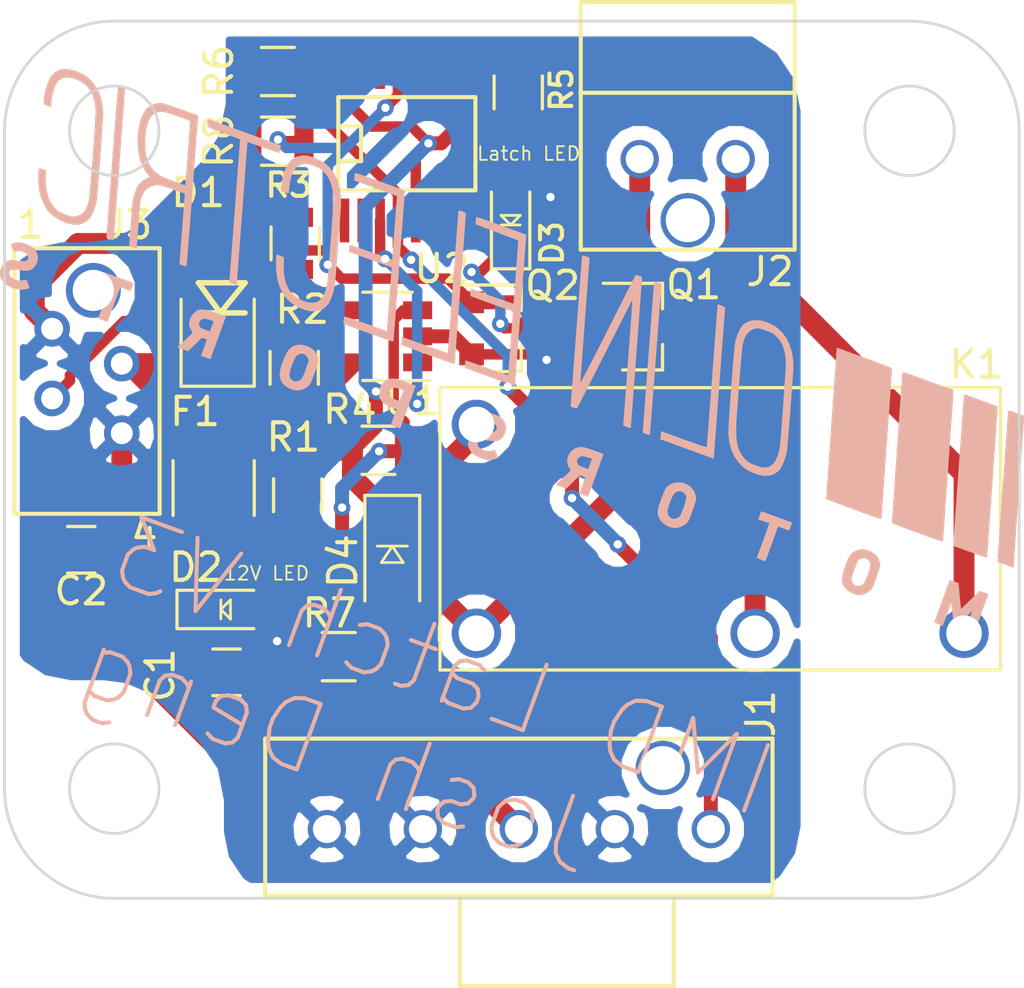
<source format=kicad_pcb>
(kicad_pcb (version 4) (host pcbnew 4.0.7-e2-6376~58~ubuntu16.04.1)

  (general
    (links 48)
    (no_connects 0)
    (area 138.378489 90.062219 177.540789 126.419441)
    (thickness 1.6)
    (drawings 32)
    (tracks 176)
    (zones 0)
    (modules 24)
    (nets 15)
  )

  (page A4)
  (layers
    (0 F.Cu signal)
    (31 B.Cu signal)
    (32 B.Adhes user hide)
    (33 F.Adhes user hide)
    (34 B.Paste user hide)
    (35 F.Paste user hide)
    (36 B.SilkS user hide)
    (37 F.SilkS user)
    (38 B.Mask user)
    (39 F.Mask user)
    (40 Dwgs.User user hide)
    (41 Cmts.User user hide)
    (42 Eco1.User user hide)
    (43 Eco2.User user hide)
    (44 Edge.Cuts user)
    (45 Margin user hide)
    (46 B.CrtYd user hide)
    (47 F.CrtYd user hide)
    (48 B.Fab user)
    (49 F.Fab user)
  )

  (setup
    (last_trace_width 0.1524)
    (user_trace_width 0.254)
    (user_trace_width 0.381)
    (user_trace_width 0.508)
    (user_trace_width 0.762)
    (trace_clearance 0.1524)
    (zone_clearance 0.508)
    (zone_45_only yes)
    (trace_min 0.1524)
    (segment_width 0.2)
    (edge_width 0.15)
    (via_size 0.6096)
    (via_drill 0.3048)
    (via_min_size 0.6096)
    (via_min_drill 0.3048)
    (uvia_size 0.3)
    (uvia_drill 0.1)
    (uvias_allowed no)
    (uvia_min_size 0)
    (uvia_min_drill 0)
    (pcb_text_width 0.3)
    (pcb_text_size 1.5 1.5)
    (mod_edge_width 0.15)
    (mod_text_size 1 1)
    (mod_text_width 0.15)
    (pad_size 1.397 1.397)
    (pad_drill 1.02)
    (pad_to_mask_clearance 0.2)
    (aux_axis_origin 0 0)
    (grid_origin 151.09444 95.25508)
    (visible_elements 7FFFFF7F)
    (pcbplotparams
      (layerselection 0x010f0_80000001)
      (usegerberextensions false)
      (excludeedgelayer true)
      (linewidth 0.100000)
      (plotframeref false)
      (viasonmask false)
      (mode 1)
      (useauxorigin false)
      (hpglpennumber 1)
      (hpglpenspeed 20)
      (hpglpendiameter 15)
      (hpglpenoverlay 2)
      (psnegative false)
      (psa4output false)
      (plotreference true)
      (plotvalue true)
      (plotinvisibletext false)
      (padsonsilk false)
      (subtractmaskfromsilk false)
      (outputformat 1)
      (mirror false)
      (drillshape 0)
      (scaleselection 1)
      (outputdirectory imd_latch_v4_exports/))
  )

  (net 0 "")
  (net 1 "Net-(C1-Pad1)")
  (net 2 GND)
  (net 3 +12V)
  (net 4 "Net-(D2-Pad2)")
  (net 5 "Net-(D3-Pad2)")
  (net 6 /12V_Fused)
  (net 7 "Net-(J2-Pad2)")
  (net 8 "Net-(J2-Pad1)")
  (net 9 "Net-(D4-Pad2)")
  (net 10 "Net-(D3-Pad1)")
  (net 11 /IMD_Status_Output)
  (net 12 "Net-(R2-Pad2)")
  (net 13 "Net-(J1-Pad1)")
  (net 14 "Net-(U1-Pad1)")

  (net_class Default "This is the default net class."
    (clearance 0.1524)
    (trace_width 0.1524)
    (via_dia 0.6096)
    (via_drill 0.3048)
    (uvia_dia 0.3)
    (uvia_drill 0.1)
    (add_net +12V)
    (add_net /12V_Fused)
    (add_net /IMD_Status_Output)
    (add_net GND)
    (add_net "Net-(C1-Pad1)")
    (add_net "Net-(D2-Pad2)")
    (add_net "Net-(D3-Pad1)")
    (add_net "Net-(D3-Pad2)")
    (add_net "Net-(D4-Pad2)")
    (add_net "Net-(J1-Pad1)")
    (add_net "Net-(J2-Pad1)")
    (add_net "Net-(J2-Pad2)")
    (add_net "Net-(R2-Pad2)")
    (add_net "Net-(U1-Pad1)")
  )

  (module footprints:R_0805_OEM (layer F.Cu) (tedit 59F25131) (tstamp 5A0794AE)
    (at 150.1775 92.8243 180)
    (descr "Resistor SMD 0805, reflow soldering, Vishay (see dcrcw.pdf)")
    (tags "resistor 0805")
    (path /5A077434)
    (attr smd)
    (fp_text reference R6 (at 2.159 0 270) (layer F.SilkS)
      (effects (font (size 1 1) (thickness 0.15)))
    )
    (fp_text value R_2.2k (at 0 1.75 180) (layer F.Fab) hide
      (effects (font (size 1 1) (thickness 0.15)))
    )
    (fp_line (start -1 0.62) (end -1 -0.62) (layer F.Fab) (width 0.1))
    (fp_line (start 1 0.62) (end -1 0.62) (layer F.Fab) (width 0.1))
    (fp_line (start 1 -0.62) (end 1 0.62) (layer F.Fab) (width 0.1))
    (fp_line (start -1 -0.62) (end 1 -0.62) (layer F.Fab) (width 0.1))
    (fp_line (start 0.6 0.88) (end -0.6 0.88) (layer F.SilkS) (width 0.12))
    (fp_line (start -0.6 -0.88) (end 0.6 -0.88) (layer F.SilkS) (width 0.12))
    (fp_line (start -1.55 -0.9) (end 1.55 -0.9) (layer F.CrtYd) (width 0.05))
    (fp_line (start -1.55 -0.9) (end -1.55 0.9) (layer F.CrtYd) (width 0.05))
    (fp_line (start 1.55 0.9) (end 1.55 -0.9) (layer F.CrtYd) (width 0.05))
    (fp_line (start 1.55 0.9) (end -1.55 0.9) (layer F.CrtYd) (width 0.05))
    (pad 1 smd rect (at -0.95 0 180) (size 0.7 1.3) (layers F.Cu F.Paste F.Mask)
      (net 13 "Net-(J1-Pad1)"))
    (pad 2 smd rect (at 0.95 0 180) (size 0.7 1.3) (layers F.Cu F.Paste F.Mask)
      (net 2 GND))
    (model /home/josh/Formula/OEM_Preferred_Parts/3DModels/R_0805_OEM/res0805.wrl
      (at (xyz 0 0 0))
      (scale (xyz 1 1 1))
      (rotate (xyz 0 0 0))
    )
  )

  (module footprints:Ultrafit_2 (layer F.Cu) (tedit 59F11364) (tstamp 5A079414)
    (at 166.87026 96.01962 270)
    (path /5A058265)
    (fp_text reference J2 (at 4.10718 -1.25234 360) (layer F.SilkS)
      (effects (font (size 1 1) (thickness 0.15)))
    )
    (fp_text value Ultrafit_2 (at 4.572 0.508 360) (layer F.Fab) hide
      (effects (font (size 1 1) (thickness 0.15)))
    )
    (fp_line (start -5.588 -2.032) (end -2.54 -2.032) (layer F.Fab) (width 0.15))
    (fp_line (start -2.54 -2.032) (end -2.54 5.588) (layer F.Fab) (width 0.15))
    (fp_line (start -2.54 5.588) (end -5.588 5.588) (layer F.Fab) (width 0.15))
    (fp_line (start -5.588 5.588) (end -5.588 -2.032) (layer F.Fab) (width 0.15))
    (fp_text user "6.55mm Clearance" (at -4.07 1.75 360) (layer F.Fab)
      (effects (font (size 0.5 0.5) (thickness 0.08)))
    )
    (fp_line (start -2.42 -2.15) (end -5.73 -2.15) (layer F.SilkS) (width 0.15))
    (fp_line (start -5.73 -2.15) (end -5.73 5.65) (layer F.SilkS) (width 0.15))
    (fp_line (start -5.73 5.65) (end -2.42 5.65) (layer F.SilkS) (width 0.15))
    (fp_line (start -2.42 5.65) (end 3.302 5.65) (layer F.SilkS) (width 0.15))
    (fp_line (start -2.42 -2.15) (end 3.302 -2.15) (layer F.SilkS) (width 0.15))
    (fp_line (start -2.42 5.65) (end -2.42 -2.15) (layer F.SilkS) (width 0.15))
    (fp_line (start 3.302 5.65) (end 3.302 -2.15) (layer F.SilkS) (width 0.15))
    (pad 2 thru_hole circle (at 0 0 270) (size 1.397 1.397) (drill 1.02) (layers *.Cu *.Mask)
      (net 7 "Net-(J2-Pad2)"))
    (pad 1 thru_hole circle (at 0 3.5 270) (size 1.397 1.397) (drill 1.02) (layers *.Cu *.Mask)
      (net 8 "Net-(J2-Pad1)"))
    (pad "" thru_hole circle (at 2.23 1.75 270) (size 1.981 1.981) (drill 1.6) (layers *.Cu *.Mask))
    (model /home/josh/Formula/OEM_Preferred_Parts/3DModels/Ultrafit-2/Ultrafit-2.wrl
      (at (xyz 0 0 0))
      (scale (xyz 1 1 1))
      (rotate (xyz 0 0 0))
    )
  )

  (module footprints:R_0805_OEM (layer F.Cu) (tedit 59F25131) (tstamp 5A07945E)
    (at 150.89886 108.28274 270)
    (descr "Resistor SMD 0805, reflow soldering, Vishay (see dcrcw.pdf)")
    (tags "resistor 0805")
    (path /59E0432B)
    (attr smd)
    (fp_text reference R1 (at -2.11832 0.15748 360) (layer F.SilkS)
      (effects (font (size 1 1) (thickness 0.15)))
    )
    (fp_text value R_1k (at 0 1.75 270) (layer F.Fab) hide
      (effects (font (size 1 1) (thickness 0.15)))
    )
    (fp_line (start -1 0.62) (end -1 -0.62) (layer F.Fab) (width 0.1))
    (fp_line (start 1 0.62) (end -1 0.62) (layer F.Fab) (width 0.1))
    (fp_line (start 1 -0.62) (end 1 0.62) (layer F.Fab) (width 0.1))
    (fp_line (start -1 -0.62) (end 1 -0.62) (layer F.Fab) (width 0.1))
    (fp_line (start 0.6 0.88) (end -0.6 0.88) (layer F.SilkS) (width 0.12))
    (fp_line (start -0.6 -0.88) (end 0.6 -0.88) (layer F.SilkS) (width 0.12))
    (fp_line (start -1.55 -0.9) (end 1.55 -0.9) (layer F.CrtYd) (width 0.05))
    (fp_line (start -1.55 -0.9) (end -1.55 0.9) (layer F.CrtYd) (width 0.05))
    (fp_line (start 1.55 0.9) (end 1.55 -0.9) (layer F.CrtYd) (width 0.05))
    (fp_line (start 1.55 0.9) (end -1.55 0.9) (layer F.CrtYd) (width 0.05))
    (pad 1 smd rect (at -0.95 0 270) (size 0.7 1.3) (layers F.Cu F.Paste F.Mask)
      (net 6 /12V_Fused))
    (pad 2 smd rect (at 0.95 0 270) (size 0.7 1.3) (layers F.Cu F.Paste F.Mask)
      (net 4 "Net-(D2-Pad2)"))
    (model /home/josh/Formula/OEM_Preferred_Parts/3DModels/R_0805_OEM/res0805.wrl
      (at (xyz 0 0 0))
      (scale (xyz 1 1 1))
      (rotate (xyz 0 0 0))
    )
  )

  (module footprints:R_0805_OEM (layer F.Cu) (tedit 59F25131) (tstamp 5A07946E)
    (at 150.77186 103.63454 90)
    (descr "Resistor SMD 0805, reflow soldering, Vishay (see dcrcw.pdf)")
    (tags "resistor 0805")
    (path /5A4E48A5)
    (attr smd)
    (fp_text reference R2 (at 2.1336 0.29464 180) (layer F.SilkS)
      (effects (font (size 1 1) (thickness 0.15)))
    )
    (fp_text value R_200k (at 0 1.75 90) (layer F.Fab) hide
      (effects (font (size 1 1) (thickness 0.15)))
    )
    (fp_line (start -1 0.62) (end -1 -0.62) (layer F.Fab) (width 0.1))
    (fp_line (start 1 0.62) (end -1 0.62) (layer F.Fab) (width 0.1))
    (fp_line (start 1 -0.62) (end 1 0.62) (layer F.Fab) (width 0.1))
    (fp_line (start -1 -0.62) (end 1 -0.62) (layer F.Fab) (width 0.1))
    (fp_line (start 0.6 0.88) (end -0.6 0.88) (layer F.SilkS) (width 0.12))
    (fp_line (start -0.6 -0.88) (end 0.6 -0.88) (layer F.SilkS) (width 0.12))
    (fp_line (start -1.55 -0.9) (end 1.55 -0.9) (layer F.CrtYd) (width 0.05))
    (fp_line (start -1.55 -0.9) (end -1.55 0.9) (layer F.CrtYd) (width 0.05))
    (fp_line (start 1.55 0.9) (end 1.55 -0.9) (layer F.CrtYd) (width 0.05))
    (fp_line (start 1.55 0.9) (end -1.55 0.9) (layer F.CrtYd) (width 0.05))
    (pad 1 smd rect (at -0.95 0 90) (size 0.7 1.3) (layers F.Cu F.Paste F.Mask)
      (net 6 /12V_Fused))
    (pad 2 smd rect (at 0.95 0 90) (size 0.7 1.3) (layers F.Cu F.Paste F.Mask)
      (net 12 "Net-(R2-Pad2)"))
    (model /home/josh/Formula/OEM_Preferred_Parts/3DModels/R_0805_OEM/res0805.wrl
      (at (xyz 0 0 0))
      (scale (xyz 1 1 1))
      (rotate (xyz 0 0 0))
    )
  )

  (module footprints:R_0805_OEM (layer F.Cu) (tedit 5A0A4AF2) (tstamp 5A07947E)
    (at 150.80742 99.09302 90)
    (descr "Resistor SMD 0805, reflow soldering, Vishay (see dcrcw.pdf)")
    (tags "resistor 0805")
    (path /5A4E411D)
    (attr smd)
    (fp_text reference R3 (at 2.12344 -0.23876 180) (layer F.SilkS)
      (effects (font (size 0.856 0.856) (thickness 0.15)))
    )
    (fp_text value R_604k (at 0 1.75 90) (layer F.Fab) hide
      (effects (font (size 1 1) (thickness 0.15)))
    )
    (fp_line (start -1 0.62) (end -1 -0.62) (layer F.Fab) (width 0.1))
    (fp_line (start 1 0.62) (end -1 0.62) (layer F.Fab) (width 0.1))
    (fp_line (start 1 -0.62) (end 1 0.62) (layer F.Fab) (width 0.1))
    (fp_line (start -1 -0.62) (end 1 -0.62) (layer F.Fab) (width 0.1))
    (fp_line (start 0.6 0.88) (end -0.6 0.88) (layer F.SilkS) (width 0.12))
    (fp_line (start -0.6 -0.88) (end 0.6 -0.88) (layer F.SilkS) (width 0.12))
    (fp_line (start -1.55 -0.9) (end 1.55 -0.9) (layer F.CrtYd) (width 0.05))
    (fp_line (start -1.55 -0.9) (end -1.55 0.9) (layer F.CrtYd) (width 0.05))
    (fp_line (start 1.55 0.9) (end 1.55 -0.9) (layer F.CrtYd) (width 0.05))
    (fp_line (start 1.55 0.9) (end -1.55 0.9) (layer F.CrtYd) (width 0.05))
    (pad 1 smd rect (at -0.95 0 90) (size 0.7 1.3) (layers F.Cu F.Paste F.Mask)
      (net 12 "Net-(R2-Pad2)"))
    (pad 2 smd rect (at 0.95 0 90) (size 0.7 1.3) (layers F.Cu F.Paste F.Mask)
      (net 2 GND))
    (model /home/josh/Formula/OEM_Preferred_Parts/3DModels/R_0805_OEM/res0805.wrl
      (at (xyz 0 0 0))
      (scale (xyz 1 1 1))
      (rotate (xyz 0 0 0))
    )
  )

  (module footprints:R_0805_OEM (layer F.Cu) (tedit 59F25131) (tstamp 5A07948E)
    (at 153.84526 106.6419 180)
    (descr "Resistor SMD 0805, reflow soldering, Vishay (see dcrcw.pdf)")
    (tags "resistor 0805")
    (path /5A4E3DDD)
    (attr smd)
    (fp_text reference R4 (at 1.04648 1.48844 180) (layer F.SilkS)
      (effects (font (size 1 1) (thickness 0.15)))
    )
    (fp_text value R_120k (at 0 1.75 180) (layer F.Fab) hide
      (effects (font (size 1 1) (thickness 0.15)))
    )
    (fp_line (start -1 0.62) (end -1 -0.62) (layer F.Fab) (width 0.1))
    (fp_line (start 1 0.62) (end -1 0.62) (layer F.Fab) (width 0.1))
    (fp_line (start 1 -0.62) (end 1 0.62) (layer F.Fab) (width 0.1))
    (fp_line (start -1 -0.62) (end 1 -0.62) (layer F.Fab) (width 0.1))
    (fp_line (start 0.6 0.88) (end -0.6 0.88) (layer F.SilkS) (width 0.12))
    (fp_line (start -0.6 -0.88) (end 0.6 -0.88) (layer F.SilkS) (width 0.12))
    (fp_line (start -1.55 -0.9) (end 1.55 -0.9) (layer F.CrtYd) (width 0.05))
    (fp_line (start -1.55 -0.9) (end -1.55 0.9) (layer F.CrtYd) (width 0.05))
    (fp_line (start 1.55 0.9) (end 1.55 -0.9) (layer F.CrtYd) (width 0.05))
    (fp_line (start 1.55 0.9) (end -1.55 0.9) (layer F.CrtYd) (width 0.05))
    (pad 1 smd rect (at -0.95 0 180) (size 0.7 1.3) (layers F.Cu F.Paste F.Mask)
      (net 1 "Net-(C1-Pad1)"))
    (pad 2 smd rect (at 0.95 0 180) (size 0.7 1.3) (layers F.Cu F.Paste F.Mask)
      (net 6 /12V_Fused))
    (model /home/josh/Formula/OEM_Preferred_Parts/3DModels/R_0805_OEM/res0805.wrl
      (at (xyz 0 0 0))
      (scale (xyz 1 1 1))
      (rotate (xyz 0 0 0))
    )
  )

  (module footprints:R_0805_OEM (layer F.Cu) (tedit 5A07AD94) (tstamp 5A07949E)
    (at 158.9405 93.5863 270)
    (descr "Resistor SMD 0805, reflow soldering, Vishay (see dcrcw.pdf)")
    (tags "resistor 0805")
    (path /5A057840)
    (attr smd)
    (fp_text reference R5 (at -0.09906 -1.5748 450) (layer F.SilkS)
      (effects (font (size 0.8 0.8) (thickness 0.15)))
    )
    (fp_text value R_1k (at 0 1.75 270) (layer F.Fab) hide
      (effects (font (size 1 1) (thickness 0.15)))
    )
    (fp_line (start -1 0.62) (end -1 -0.62) (layer F.Fab) (width 0.1))
    (fp_line (start 1 0.62) (end -1 0.62) (layer F.Fab) (width 0.1))
    (fp_line (start 1 -0.62) (end 1 0.62) (layer F.Fab) (width 0.1))
    (fp_line (start -1 -0.62) (end 1 -0.62) (layer F.Fab) (width 0.1))
    (fp_line (start 0.6 0.88) (end -0.6 0.88) (layer F.SilkS) (width 0.12))
    (fp_line (start -0.6 -0.88) (end 0.6 -0.88) (layer F.SilkS) (width 0.12))
    (fp_line (start -1.55 -0.9) (end 1.55 -0.9) (layer F.CrtYd) (width 0.05))
    (fp_line (start -1.55 -0.9) (end -1.55 0.9) (layer F.CrtYd) (width 0.05))
    (fp_line (start 1.55 0.9) (end 1.55 -0.9) (layer F.CrtYd) (width 0.05))
    (fp_line (start 1.55 0.9) (end -1.55 0.9) (layer F.CrtYd) (width 0.05))
    (pad 1 smd rect (at -0.95 0 270) (size 0.7 1.3) (layers F.Cu F.Paste F.Mask)
      (net 6 /12V_Fused))
    (pad 2 smd rect (at 0.95 0 270) (size 0.7 1.3) (layers F.Cu F.Paste F.Mask)
      (net 5 "Net-(D3-Pad2)"))
    (model /home/josh/Formula/OEM_Preferred_Parts/3DModels/R_0805_OEM/res0805.wrl
      (at (xyz 0 0 0))
      (scale (xyz 1 1 1))
      (rotate (xyz 0 0 0))
    )
  )

  (module footprints:SOT-23F (layer F.Cu) (tedit 59F24B04) (tstamp 5A07944E)
    (at 163.44138 102.13086)
    (descr "SOT-23, Standard")
    (tags SOT-23)
    (path /5A02B82C)
    (attr smd)
    (fp_text reference Q1 (at 1.89484 -1.524) (layer F.SilkS)
      (effects (font (size 1 1) (thickness 0.15)))
    )
    (fp_text value SSM3K333R (at 0 2.5) (layer F.Fab) hide
      (effects (font (size 1 1) (thickness 0.15)))
    )
    (fp_line (start -0.7 -0.95) (end -0.7 1.5) (layer F.Fab) (width 0.1))
    (fp_line (start -0.15 -1.52) (end 0.7 -1.52) (layer F.Fab) (width 0.1))
    (fp_line (start -0.7 -0.95) (end -0.15 -1.52) (layer F.Fab) (width 0.1))
    (fp_line (start 0.7 -1.52) (end 0.7 1.52) (layer F.Fab) (width 0.1))
    (fp_line (start -0.7 1.52) (end 0.7 1.52) (layer F.Fab) (width 0.1))
    (fp_line (start 0.76 1.58) (end 0.76 0.65) (layer F.SilkS) (width 0.12))
    (fp_line (start 0.76 -1.58) (end 0.76 -0.65) (layer F.SilkS) (width 0.12))
    (fp_line (start -1.7 -1.75) (end 1.7 -1.75) (layer F.CrtYd) (width 0.05))
    (fp_line (start 1.7 -1.75) (end 1.7 1.75) (layer F.CrtYd) (width 0.05))
    (fp_line (start 1.7 1.75) (end -1.7 1.75) (layer F.CrtYd) (width 0.05))
    (fp_line (start -1.7 1.75) (end -1.7 -1.75) (layer F.CrtYd) (width 0.05))
    (fp_line (start 0.76 -1.58) (end -1.4 -1.58) (layer F.SilkS) (width 0.12))
    (fp_line (start 0.76 1.58) (end -0.7 1.58) (layer F.SilkS) (width 0.12))
    (pad 1 smd rect (at -1.05 -0.95) (size 0.9 0.8) (layers F.Cu F.Paste F.Mask)
      (net 11 /IMD_Status_Output))
    (pad 2 smd rect (at -1.05 0.95) (size 0.9 0.8) (layers F.Cu F.Paste F.Mask)
      (net 2 GND))
    (pad 3 smd rect (at 1.05 0) (size 0.9 0.8) (layers F.Cu F.Paste F.Mask)
      (net 9 "Net-(D4-Pad2)"))
    (model /home/josh/Formula/OEM_Preferred_Parts/3DModels/SOT-23_OEM/SOT-23.wrl
      (at (xyz 0 0 0))
      (scale (xyz 1 1 1))
      (rotate (xyz 0 0 0))
    )
  )

  (module footprints:C_0805_OEM (layer F.Cu) (tedit 59F250E7) (tstamp 5A07939E)
    (at 148.30628 114.74196 180)
    (descr "Capacitor SMD 0805, reflow soldering, AVX (see smccp.pdf)")
    (tags "capacitor 0805")
    (path /5A4CD8EA)
    (attr smd)
    (fp_text reference C1 (at 2.42316 -0.10414 270) (layer F.SilkS)
      (effects (font (size 1 1) (thickness 0.15)))
    )
    (fp_text value C_10uF_16V (at 0 1.75 180) (layer F.Fab) hide
      (effects (font (size 1 1) (thickness 0.15)))
    )
    (fp_line (start -1 0.62) (end -1 -0.62) (layer F.Fab) (width 0.1))
    (fp_line (start 1 0.62) (end -1 0.62) (layer F.Fab) (width 0.1))
    (fp_line (start 1 -0.62) (end 1 0.62) (layer F.Fab) (width 0.1))
    (fp_line (start -1 -0.62) (end 1 -0.62) (layer F.Fab) (width 0.1))
    (fp_line (start 0.5 -0.85) (end -0.5 -0.85) (layer F.SilkS) (width 0.12))
    (fp_line (start -0.5 0.85) (end 0.5 0.85) (layer F.SilkS) (width 0.12))
    (fp_line (start -1.75 -0.88) (end 1.75 -0.88) (layer F.CrtYd) (width 0.05))
    (fp_line (start -1.75 -0.88) (end -1.75 0.87) (layer F.CrtYd) (width 0.05))
    (fp_line (start 1.75 0.87) (end 1.75 -0.88) (layer F.CrtYd) (width 0.05))
    (fp_line (start 1.75 0.87) (end -1.75 0.87) (layer F.CrtYd) (width 0.05))
    (pad 1 smd rect (at -1 0 180) (size 1 1.25) (layers F.Cu F.Paste F.Mask)
      (net 1 "Net-(C1-Pad1)"))
    (pad 2 smd rect (at 1 0 180) (size 1 1.25) (layers F.Cu F.Paste F.Mask)
      (net 2 GND))
    (model /home/josh/Formula/OEM_Preferred_Parts/3DModels/C_0805_OEM/C_0805.wrl
      (at (xyz 0 0 0))
      (scale (xyz 1 1 1))
      (rotate (xyz 0 0 0))
    )
  )

  (module footprints:Relay_SPST_OMRON-G5Q-1A4_OEM (layer F.Cu) (tedit 59F2AABB) (tstamp 5A07943A)
    (at 157.4165 113.31702)
    (descr "Relay SPST-NO Omron Serie G5Q")
    (tags "Relay SPST-NO Omron Serie G5Q")
    (path /5A029E8F)
    (fp_text reference K1 (at 18.2245 -9.81202 180) (layer F.SilkS)
      (effects (font (size 1 1) (thickness 0.15)))
    )
    (fp_text value G5Q-1A4-DC5-5V (at 8.8 3) (layer F.Fab) hide
      (effects (font (size 1 1) (thickness 0.15)))
    )
    (fp_text user %R (at 9.6 -4.5) (layer F.Fab) hide
      (effects (font (size 1 1) (thickness 0.15)))
    )
    (fp_line (start 0 -1) (end 0 -6.5) (layer F.Fab) (width 0.1))
    (fp_line (start 18.96 -8.81) (end 18.96 1.19) (layer F.Fab) (width 0.1))
    (fp_line (start 18.96 1.19) (end -1.18 1.19) (layer F.Fab) (width 0.1))
    (fp_line (start -1.18 1.19) (end -1.18 -8.81) (layer F.Fab) (width 0.1))
    (fp_line (start -1.18 -8.81) (end 18.96 -8.81) (layer F.Fab) (width 0.1))
    (fp_line (start -1.45 -9.05) (end 19.2 -9.05) (layer F.CrtYd) (width 0.05))
    (fp_line (start 19.2 -9.05) (end 19.2 1.45) (layer F.CrtYd) (width 0.05))
    (fp_line (start 19.2 1.45) (end -1.45 1.45) (layer F.CrtYd) (width 0.05))
    (fp_line (start -1.45 1.45) (end -1.45 -9.05) (layer F.CrtYd) (width 0.05))
    (fp_line (start 15.24 -3.81) (end 18.03 -5.21) (layer F.Fab) (width 0.12))
    (fp_line (start 17.78 -1.27) (end 17.78 -2.54) (layer F.Fab) (width 0.12))
    (fp_line (start 10.16 -1.27) (end 10.16 -3.81) (layer F.Fab) (width 0.12))
    (fp_line (start 10.16 -3.81) (end 15.24 -3.81) (layer F.Fab) (width 0.12))
    (fp_line (start 2.03 -3.05) (end 3.05 -4.06) (layer F.Fab) (width 0.12))
    (fp_line (start 2.54 -7.62) (end 1.27 -7.62) (layer F.Fab) (width 0.12))
    (fp_line (start 2.54 -4.83) (end 2.54 -7.62) (layer F.Fab) (width 0.12))
    (fp_line (start 2.54 0) (end 2.54 -2.29) (layer F.Fab) (width 0.12))
    (fp_line (start 1.27 0) (end 2.54 0) (layer F.Fab) (width 0.12))
    (fp_line (start 2.54 -2.29) (end 2.03 -2.29) (layer F.Fab) (width 0.12))
    (fp_line (start 2.03 -2.29) (end 2.03 -4.83) (layer F.Fab) (width 0.12))
    (fp_line (start 2.03 -4.83) (end 2.54 -4.83) (layer F.Fab) (width 0.12))
    (fp_line (start 2.54 -4.83) (end 3.05 -4.83) (layer F.Fab) (width 0.12))
    (fp_line (start 3.05 -4.83) (end 3.05 -2.29) (layer F.Fab) (width 0.12))
    (fp_line (start 3.05 -2.29) (end 2.54 -2.29) (layer F.Fab) (width 0.12))
    (fp_line (start -1.33 1.34) (end 19.11 1.34) (layer F.SilkS) (width 0.12))
    (fp_line (start 19.11 1.34) (end 19.11 -8.96) (layer F.SilkS) (width 0.12))
    (fp_line (start -1.33 1.34) (end -1.33 -8.96) (layer F.SilkS) (width 0.12))
    (fp_line (start -1.33 -8.96) (end 19.11 -8.96) (layer F.SilkS) (width 0.12))
    (fp_circle (center 15.24 -3.81) (end 15.24 -3.68) (layer F.Fab) (width 0.12))
    (pad 1 thru_hole circle (at 0 0 180) (size 1.8 1.8) (drill 1.3) (layers *.Cu *.Mask)
      (net 9 "Net-(D4-Pad2)"))
    (pad 2 thru_hole circle (at 10.16 0 180) (size 1.8 1.8) (drill 1.3) (layers *.Cu *.Mask)
      (net 8 "Net-(J2-Pad1)"))
    (pad 3 thru_hole circle (at 17.78 0 180) (size 1.8 1.8) (drill 1.3) (layers *.Cu *.Mask)
      (net 7 "Net-(J2-Pad2)"))
    (pad 5 thru_hole circle (at 0 -7.62 180) (size 1.8 1.8) (drill 1.3) (layers *.Cu *.Mask)
      (net 6 /12V_Fused))
    (model /home/josh/Formula/OEM_Preferred_Parts/3DModels/G5Q_OEM/G5Q.wrl
      (at (xyz 0 0 0))
      (scale (xyz 1 1 1))
      (rotate (xyz 0 0 0))
    )
  )

  (module footprints:Fuse_1210 (layer F.Cu) (tedit 59F24A11) (tstamp 5A0793EF)
    (at 147.83562 108.01858 270)
    (descr "Resistor SMD 1210, reflow soldering, Vishay (see dcrcw.pdf)")
    (tags "resistor 1210")
    (path /59E0A5CF)
    (attr smd)
    (fp_text reference F1 (at -2.78638 0.67818 360) (layer F.SilkS)
      (effects (font (size 1 1) (thickness 0.15)))
    )
    (fp_text value 500mA (at 0 2.4 270) (layer F.Fab) hide
      (effects (font (size 1 1) (thickness 0.15)))
    )
    (fp_line (start -1.6 1.25) (end -1.6 -1.25) (layer F.Fab) (width 0.1))
    (fp_line (start 1.6 1.25) (end -1.6 1.25) (layer F.Fab) (width 0.1))
    (fp_line (start 1.6 -1.25) (end 1.6 1.25) (layer F.Fab) (width 0.1))
    (fp_line (start -1.6 -1.25) (end 1.6 -1.25) (layer F.Fab) (width 0.1))
    (fp_line (start 1 1.48) (end -1 1.48) (layer F.SilkS) (width 0.12))
    (fp_line (start -1 -1.48) (end 1 -1.48) (layer F.SilkS) (width 0.12))
    (fp_line (start -2.15 -1.5) (end 2.15 -1.5) (layer F.CrtYd) (width 0.05))
    (fp_line (start -2.15 -1.5) (end -2.15 1.5) (layer F.CrtYd) (width 0.05))
    (fp_line (start 2.15 1.5) (end 2.15 -1.5) (layer F.CrtYd) (width 0.05))
    (fp_line (start 2.15 1.5) (end -2.15 1.5) (layer F.CrtYd) (width 0.05))
    (pad 1 smd rect (at -1.45 0 270) (size 0.9 2.5) (layers F.Cu F.Paste F.Mask)
      (net 3 +12V))
    (pad 2 smd rect (at 1.45 0 270) (size 0.9 2.5) (layers F.Cu F.Paste F.Mask)
      (net 6 /12V_Fused))
    (model /home/josh/Formula/OEM_Preferred_Parts/3DModels/Fuse_1210_OEM/Fuse1210.wrl
      (at (xyz 0 0 0))
      (scale (xyz 1 1 1))
      (rotate (xyz 0 0 0))
    )
  )

  (module footprints:DO-214AA (layer F.Cu) (tedit 5A59FDFB) (tstamp 5A0793B5)
    (at 147.9804 101.1301 90)
    (descr "http://www.diodes.com/datasheets/ap02001.pdf p.144")
    (tags "Diode SOD523")
    (path /59F27771)
    (attr smd)
    (fp_text reference D1 (at 3.8862 -0.7112 180) (layer F.SilkS)
      (effects (font (size 1 1) (thickness 0.15)))
    )
    (fp_text value D_Zener_18V (at 0 2.286 90) (layer F.Fab) hide
      (effects (font (size 1 1) (thickness 0.15)))
    )
    (fp_line (start 0.6 1) (end -0.5 0.1) (layer F.SilkS) (width 0.2))
    (fp_line (start 0.6 -0.7) (end 0.6 1) (layer F.SilkS) (width 0.2))
    (fp_line (start -0.5 0.1) (end 0.6 -0.7) (layer F.SilkS) (width 0.2))
    (fp_line (start -0.5 -0.7) (end -0.5 1) (layer F.SilkS) (width 0.2))
    (fp_line (start -3.175 -1.3335) (end -3.175 1.3335) (layer F.SilkS) (width 0.12))
    (fp_line (start 3.302 -1.4605) (end 3.302 1.4605) (layer F.CrtYd) (width 0.05))
    (fp_line (start -3.302 -1.4605) (end 3.302 -1.4605) (layer F.CrtYd) (width 0.05))
    (fp_line (start -3.302 -1.4605) (end -3.302 1.4605) (layer F.CrtYd) (width 0.05))
    (fp_line (start -3.302 1.4605) (end 3.302 1.4605) (layer F.CrtYd) (width 0.05))
    (fp_line (start 2.3749 -1.9685) (end 2.3749 1.9685) (layer F.Fab) (width 0.1))
    (fp_line (start -2.3749 -1.9685) (end 2.3749 -1.9685) (layer F.Fab) (width 0.1))
    (fp_line (start -2.3749 -1.9685) (end -2.3749 1.9685) (layer F.Fab) (width 0.1))
    (fp_line (start 2.3749 1.9685) (end -2.3749 1.9685) (layer F.Fab) (width 0.1))
    (fp_line (start -3.175 1.3335) (end 0 1.3335) (layer F.SilkS) (width 0.12))
    (fp_line (start -3.175 -1.3335) (end 0 -1.3335) (layer F.SilkS) (width 0.12))
    (pad 2 smd rect (at 2.032 0 270) (size 1.778 2.159) (layers F.Cu F.Paste F.Mask)
      (net 2 GND))
    (pad 1 smd rect (at -2.032 0 270) (size 1.778 2.159) (layers F.Cu F.Paste F.Mask)
      (net 3 +12V))
    (model /home/josh/Formula/OEM_Preferred_Parts/3DModels/DO_214AA_OEM/DO_214AA.wrl
      (at (xyz 0 0 0))
      (scale (xyz 1 1 1))
      (rotate (xyz 0 0 0))
    )
  )

  (module footprints:D_SOD-123W_OEM (layer F.Cu) (tedit 5A59FE68) (tstamp 5A07A5ED)
    (at 154.34818 110.48746 270)
    (descr D_SOD-123F)
    (tags D_SOD-123F)
    (path /5A7909FE)
    (attr smd)
    (fp_text reference D4 (at 0.19812 1.8034 270) (layer F.SilkS)
      (effects (font (size 1 1) (thickness 0.15)))
    )
    (fp_text value D_Schottky_SOD123 (at -0.25 2.1 270) (layer F.Fab) hide
      (effects (font (size 1 1) (thickness 0.25)))
    )
    (fp_line (start -0.35 0) (end 0.25 0.4) (layer F.SilkS) (width 0.1))
    (fp_line (start 0.25 0.4) (end 0.25 -0.4) (layer F.SilkS) (width 0.1))
    (fp_line (start -0.35 0) (end 0.25 -0.4) (layer F.SilkS) (width 0.1))
    (fp_line (start -0.35 0.55) (end -0.35 -0.55) (layer F.SilkS) (width 0.1))
    (fp_text user %R (at -0.127 -1.905 270) (layer F.Fab) hide
      (effects (font (size 1 1) (thickness 0.15)))
    )
    (fp_line (start -2.2 -1) (end -2.2 1) (layer F.SilkS) (width 0.12))
    (fp_line (start 0.25 0) (end 0.75 0) (layer F.Fab) (width 0.1))
    (fp_line (start 0.25 0.4) (end -0.35 0) (layer F.Fab) (width 0.1))
    (fp_line (start 0.25 -0.4) (end 0.25 0.4) (layer F.Fab) (width 0.1))
    (fp_line (start -0.35 0) (end 0.25 -0.4) (layer F.Fab) (width 0.1))
    (fp_line (start -0.35 0) (end -0.35 0.55) (layer F.Fab) (width 0.1))
    (fp_line (start -0.35 0) (end -0.35 -0.55) (layer F.Fab) (width 0.1))
    (fp_line (start -0.75 0) (end -0.35 0) (layer F.Fab) (width 0.1))
    (fp_line (start -1.4 0.9) (end -1.4 -0.9) (layer F.Fab) (width 0.1))
    (fp_line (start 1.4 0.9) (end -1.4 0.9) (layer F.Fab) (width 0.1))
    (fp_line (start 1.4 -0.9) (end 1.4 0.9) (layer F.Fab) (width 0.1))
    (fp_line (start -1.4 -0.9) (end 1.4 -0.9) (layer F.Fab) (width 0.1))
    (fp_line (start -2.3 -1.15) (end 2.2 -1.15) (layer F.CrtYd) (width 0.05))
    (fp_line (start 2.2 -1.15) (end 2.2 1.15) (layer F.CrtYd) (width 0.05))
    (fp_line (start 2.2 1.15) (end -2.3 1.15) (layer F.CrtYd) (width 0.05))
    (fp_line (start -2.3 -1.15) (end -2.3 1.15) (layer F.CrtYd) (width 0.05))
    (fp_line (start -2.2 1) (end 1.65 1) (layer F.SilkS) (width 0.12))
    (fp_line (start -2.2 -1) (end 1.65 -1) (layer F.SilkS) (width 0.12))
    (pad 1 smd rect (at -1.4 0 270) (size 1.2 1.2) (layers F.Cu F.Paste F.Mask)
      (net 6 /12V_Fused))
    (pad 2 smd rect (at 1.4 0 270) (size 1.2 1.2) (layers F.Cu F.Paste F.Mask)
      (net 9 "Net-(D4-Pad2)"))
    (model /home/josh/Formula/OEM_Preferred_Parts/3DModels/SOD-123_OEM/SOD-123.wrl
      (at (xyz 0 0 0))
      (scale (xyz 1 1 1))
      (rotate (xyz 0 0 0))
    )
  )

  (module footprints:SOT-23F (layer F.Cu) (tedit 59F24B04) (tstamp 5A5B1371)
    (at 158.29026 102.19182)
    (descr "SOT-23, Standard")
    (tags SOT-23)
    (path /5A4E84AA)
    (attr smd)
    (fp_text reference Q2 (at 1.905 -1.55956) (layer F.SilkS)
      (effects (font (size 1 1) (thickness 0.15)))
    )
    (fp_text value SSM3K333R (at 0 2.5) (layer F.Fab) hide
      (effects (font (size 1 1) (thickness 0.15)))
    )
    (fp_line (start -0.7 -0.95) (end -0.7 1.5) (layer F.Fab) (width 0.1))
    (fp_line (start -0.15 -1.52) (end 0.7 -1.52) (layer F.Fab) (width 0.1))
    (fp_line (start -0.7 -0.95) (end -0.15 -1.52) (layer F.Fab) (width 0.1))
    (fp_line (start 0.7 -1.52) (end 0.7 1.52) (layer F.Fab) (width 0.1))
    (fp_line (start -0.7 1.52) (end 0.7 1.52) (layer F.Fab) (width 0.1))
    (fp_line (start 0.76 1.58) (end 0.76 0.65) (layer F.SilkS) (width 0.12))
    (fp_line (start 0.76 -1.58) (end 0.76 -0.65) (layer F.SilkS) (width 0.12))
    (fp_line (start -1.7 -1.75) (end 1.7 -1.75) (layer F.CrtYd) (width 0.05))
    (fp_line (start 1.7 -1.75) (end 1.7 1.75) (layer F.CrtYd) (width 0.05))
    (fp_line (start 1.7 1.75) (end -1.7 1.75) (layer F.CrtYd) (width 0.05))
    (fp_line (start -1.7 1.75) (end -1.7 -1.75) (layer F.CrtYd) (width 0.05))
    (fp_line (start 0.76 -1.58) (end -1.4 -1.58) (layer F.SilkS) (width 0.12))
    (fp_line (start 0.76 1.58) (end -0.7 1.58) (layer F.SilkS) (width 0.12))
    (pad 1 smd rect (at -1.05 -0.95) (size 0.9 0.8) (layers F.Cu F.Paste F.Mask)
      (net 11 /IMD_Status_Output))
    (pad 2 smd rect (at -1.05 0.95) (size 0.9 0.8) (layers F.Cu F.Paste F.Mask)
      (net 2 GND))
    (pad 3 smd rect (at 1.05 0) (size 0.9 0.8) (layers F.Cu F.Paste F.Mask)
      (net 10 "Net-(D3-Pad1)"))
    (model /home/josh/Formula/OEM_Preferred_Parts/3DModels/SOT-23_OEM/SOT-23.wrl
      (at (xyz 0 0 0))
      (scale (xyz 1 1 1))
      (rotate (xyz 0 0 0))
    )
  )

  (module footprints:R_0805_OEM (layer F.Cu) (tedit 59F25131) (tstamp 5A5B1381)
    (at 152.39492 114.17046 180)
    (descr "Resistor SMD 0805, reflow soldering, Vishay (see dcrcw.pdf)")
    (tags "resistor 0805")
    (path /5A4E3E42)
    (attr smd)
    (fp_text reference R7 (at 0.34036 1.58496 180) (layer F.SilkS)
      (effects (font (size 1 1) (thickness 0.15)))
    )
    (fp_text value R_604k (at 0 1.75 180) (layer F.Fab) hide
      (effects (font (size 1 1) (thickness 0.15)))
    )
    (fp_line (start -1 0.62) (end -1 -0.62) (layer F.Fab) (width 0.1))
    (fp_line (start 1 0.62) (end -1 0.62) (layer F.Fab) (width 0.1))
    (fp_line (start 1 -0.62) (end 1 0.62) (layer F.Fab) (width 0.1))
    (fp_line (start -1 -0.62) (end 1 -0.62) (layer F.Fab) (width 0.1))
    (fp_line (start 0.6 0.88) (end -0.6 0.88) (layer F.SilkS) (width 0.12))
    (fp_line (start -0.6 -0.88) (end 0.6 -0.88) (layer F.SilkS) (width 0.12))
    (fp_line (start -1.55 -0.9) (end 1.55 -0.9) (layer F.CrtYd) (width 0.05))
    (fp_line (start -1.55 -0.9) (end -1.55 0.9) (layer F.CrtYd) (width 0.05))
    (fp_line (start 1.55 0.9) (end 1.55 -0.9) (layer F.CrtYd) (width 0.05))
    (fp_line (start 1.55 0.9) (end -1.55 0.9) (layer F.CrtYd) (width 0.05))
    (pad 1 smd rect (at -0.95 0 180) (size 0.7 1.3) (layers F.Cu F.Paste F.Mask)
      (net 1 "Net-(C1-Pad1)"))
    (pad 2 smd rect (at 0.95 0 180) (size 0.7 1.3) (layers F.Cu F.Paste F.Mask)
      (net 2 GND))
    (model /home/josh/Formula/OEM_Preferred_Parts/3DModels/R_0805_OEM/res0805.wrl
      (at (xyz 0 0 0))
      (scale (xyz 1 1 1))
      (rotate (xyz 0 0 0))
    )
  )

  (module footprints:R_0805_OEM (layer F.Cu) (tedit 59F25131) (tstamp 5A5B1391)
    (at 150.1775 95.3643 180)
    (descr "Resistor SMD 0805, reflow soldering, Vishay (see dcrcw.pdf)")
    (tags "resistor 0805")
    (path /5A4E7063)
    (attr smd)
    (fp_text reference R8 (at 2.159 0 270) (layer F.SilkS)
      (effects (font (size 1 1) (thickness 0.15)))
    )
    (fp_text value R_604k (at 0 1.75 180) (layer F.Fab) hide
      (effects (font (size 1 1) (thickness 0.15)))
    )
    (fp_line (start -1 0.62) (end -1 -0.62) (layer F.Fab) (width 0.1))
    (fp_line (start 1 0.62) (end -1 0.62) (layer F.Fab) (width 0.1))
    (fp_line (start 1 -0.62) (end 1 0.62) (layer F.Fab) (width 0.1))
    (fp_line (start -1 -0.62) (end 1 -0.62) (layer F.Fab) (width 0.1))
    (fp_line (start 0.6 0.88) (end -0.6 0.88) (layer F.SilkS) (width 0.12))
    (fp_line (start -0.6 -0.88) (end 0.6 -0.88) (layer F.SilkS) (width 0.12))
    (fp_line (start -1.55 -0.9) (end 1.55 -0.9) (layer F.CrtYd) (width 0.05))
    (fp_line (start -1.55 -0.9) (end -1.55 0.9) (layer F.CrtYd) (width 0.05))
    (fp_line (start 1.55 0.9) (end 1.55 -0.9) (layer F.CrtYd) (width 0.05))
    (fp_line (start 1.55 0.9) (end -1.55 0.9) (layer F.CrtYd) (width 0.05))
    (pad 1 smd rect (at -0.95 0 180) (size 0.7 1.3) (layers F.Cu F.Paste F.Mask)
      (net 11 /IMD_Status_Output))
    (pad 2 smd rect (at 0.95 0 180) (size 0.7 1.3) (layers F.Cu F.Paste F.Mask)
      (net 2 GND))
    (model /home/josh/Formula/OEM_Preferred_Parts/3DModels/R_0805_OEM/res0805.wrl
      (at (xyz 0 0 0))
      (scale (xyz 1 1 1))
      (rotate (xyz 0 0 0))
    )
  )

  (module footprints:LED_0805_OEM (layer F.Cu) (tedit 5A5B1998) (tstamp 5A0793DF)
    (at 158.66364 98.2218 90)
    (descr "LED 0805 smd package")
    (tags "LED led 0805 SMD smd SMT smt smdled SMDLED smtled SMTLED")
    (path /5A0578CF)
    (attr smd)
    (fp_text reference D3 (at -0.85852 1.50876 270) (layer F.SilkS)
      (effects (font (size 0.8 0.8) (thickness 0.15)))
    )
    (fp_text value LED_0805 (at 0.508 2.032 90) (layer F.Fab) hide
      (effects (font (size 1 1) (thickness 0.15)))
    )
    (fp_line (start -0.2 0.35) (end -0.2 0) (layer F.SilkS) (width 0.1))
    (fp_line (start -0.2 0) (end -0.2 -0.35) (layer F.SilkS) (width 0.1))
    (fp_line (start 0.15 0.35) (end -0.2 0) (layer F.SilkS) (width 0.1))
    (fp_line (start 0.15 0.3) (end 0.15 0.35) (layer F.SilkS) (width 0.1))
    (fp_line (start 0.15 0.35) (end 0.15 0.3) (layer F.SilkS) (width 0.1))
    (fp_line (start 0.15 -0.35) (end 0.15 0.3) (layer F.SilkS) (width 0.1))
    (fp_line (start 0.1 -0.3) (end 0.15 -0.35) (layer F.SilkS) (width 0.1))
    (fp_line (start -0.2 0) (end 0.1 -0.3) (layer F.SilkS) (width 0.1))
    (fp_line (start -1.8 -0.7) (end -1.8 0.7) (layer F.SilkS) (width 0.12))
    (fp_line (start 1 0.6) (end -1 0.6) (layer F.Fab) (width 0.1))
    (fp_line (start 1 -0.6) (end 1 0.6) (layer F.Fab) (width 0.1))
    (fp_line (start -1 -0.6) (end 1 -0.6) (layer F.Fab) (width 0.1))
    (fp_line (start -1 0.6) (end -1 -0.6) (layer F.Fab) (width 0.1))
    (fp_line (start -1.8 0.7) (end 1 0.7) (layer F.SilkS) (width 0.12))
    (fp_line (start -1.8 -0.7) (end 1 -0.7) (layer F.SilkS) (width 0.12))
    (fp_line (start 1.95 -0.85) (end 1.95 0.85) (layer F.CrtYd) (width 0.05))
    (fp_line (start 1.95 0.85) (end -1.95 0.85) (layer F.CrtYd) (width 0.05))
    (fp_line (start -1.95 0.85) (end -1.95 -0.85) (layer F.CrtYd) (width 0.05))
    (fp_line (start -1.95 -0.85) (end 1.95 -0.85) (layer F.CrtYd) (width 0.05))
    (pad 2 smd rect (at 1.1 0 270) (size 1.2 1.2) (layers F.Cu F.Paste F.Mask)
      (net 5 "Net-(D3-Pad2)"))
    (pad 1 smd rect (at -1.1 0 270) (size 1.2 1.2) (layers F.Cu F.Paste F.Mask)
      (net 10 "Net-(D3-Pad1)"))
    (model "/home/josh/Formula/OEM_Preferred_Parts/3DModels/LED_0805/LED 0805 Base GREEN001_sp.wrl"
      (at (xyz 0 0 0))
      (scale (xyz 1 1 1))
      (rotate (xyz 0 0 180))
    )
  )

  (module footprints:LED_0805_OEM (layer F.Cu) (tedit 5A5B129D) (tstamp 5A0793CA)
    (at 148.2979 112.44834)
    (descr "LED 0805 smd package")
    (tags "LED led 0805 SMD smd SMT smt smdled SMDLED smtled SMTLED")
    (path /59E047E3)
    (attr smd)
    (fp_text reference D2 (at -1.10744 -1.53416) (layer F.SilkS)
      (effects (font (size 1 1) (thickness 0.15)))
    )
    (fp_text value LED_0805 (at 0.508 2.032) (layer F.Fab) hide
      (effects (font (size 1 1) (thickness 0.15)))
    )
    (fp_line (start -0.2 0.35) (end -0.2 0) (layer F.SilkS) (width 0.1))
    (fp_line (start -0.2 0) (end -0.2 -0.35) (layer F.SilkS) (width 0.1))
    (fp_line (start 0.15 0.35) (end -0.2 0) (layer F.SilkS) (width 0.1))
    (fp_line (start 0.15 0.3) (end 0.15 0.35) (layer F.SilkS) (width 0.1))
    (fp_line (start 0.15 0.35) (end 0.15 0.3) (layer F.SilkS) (width 0.1))
    (fp_line (start 0.15 -0.35) (end 0.15 0.3) (layer F.SilkS) (width 0.1))
    (fp_line (start 0.1 -0.3) (end 0.15 -0.35) (layer F.SilkS) (width 0.1))
    (fp_line (start -0.2 0) (end 0.1 -0.3) (layer F.SilkS) (width 0.1))
    (fp_line (start -1.8 -0.7) (end -1.8 0.7) (layer F.SilkS) (width 0.12))
    (fp_line (start 1 0.6) (end -1 0.6) (layer F.Fab) (width 0.1))
    (fp_line (start 1 -0.6) (end 1 0.6) (layer F.Fab) (width 0.1))
    (fp_line (start -1 -0.6) (end 1 -0.6) (layer F.Fab) (width 0.1))
    (fp_line (start -1 0.6) (end -1 -0.6) (layer F.Fab) (width 0.1))
    (fp_line (start -1.8 0.7) (end 1 0.7) (layer F.SilkS) (width 0.12))
    (fp_line (start -1.8 -0.7) (end 1 -0.7) (layer F.SilkS) (width 0.12))
    (fp_line (start 1.95 -0.85) (end 1.95 0.85) (layer F.CrtYd) (width 0.05))
    (fp_line (start 1.95 0.85) (end -1.95 0.85) (layer F.CrtYd) (width 0.05))
    (fp_line (start -1.95 0.85) (end -1.95 -0.85) (layer F.CrtYd) (width 0.05))
    (fp_line (start -1.95 -0.85) (end 1.95 -0.85) (layer F.CrtYd) (width 0.05))
    (pad 2 smd rect (at 1.1 0 180) (size 1.2 1.2) (layers F.Cu F.Paste F.Mask)
      (net 4 "Net-(D2-Pad2)"))
    (pad 1 smd rect (at -1.1 0 180) (size 1.2 1.2) (layers F.Cu F.Paste F.Mask)
      (net 2 GND))
    (model "/home/josh/Formula/OEM_Preferred_Parts/3DModels/LED_0805/LED 0805 Base GREEN001_sp.wrl"
      (at (xyz 0 0 0))
      (scale (xyz 1 1 1))
      (rotate (xyz 0 0 180))
    )
  )

  (module footprints:Ultrafit_5 (layer F.Cu) (tedit 5A73CCC8) (tstamp 5A73D6E7)
    (at 160.71312 120.46204 90)
    (path /5A73C3A5)
    (fp_text reference J1 (at 4.21132 7.06404 90) (layer F.SilkS)
      (effects (font (size 1 1) (thickness 0.15)))
    )
    (fp_text value Ultrafit_5 (at 4.572 0.508 180) (layer F.Fab) hide
      (effects (font (size 1 1) (thickness 0.15)))
    )
    (fp_line (start -5.588 -3.81) (end -2.54 -3.81) (layer F.Fab) (width 0.15))
    (fp_line (start -2.54 -3.81) (end -2.54 3.81) (layer F.Fab) (width 0.15))
    (fp_line (start -2.54 3.81) (end -5.588 3.81) (layer F.Fab) (width 0.15))
    (fp_line (start -5.588 3.81) (end -5.588 -3.81) (layer F.Fab) (width 0.15))
    (fp_text user "6.55mm Clearance" (at -4.07 0 180) (layer F.Fab)
      (effects (font (size 0.5 0.5) (thickness 0.08)))
    )
    (fp_line (start -2.42 -3.9) (end -5.73 -3.9) (layer F.SilkS) (width 0.15))
    (fp_line (start -5.73 -3.9) (end -5.73 3.9) (layer F.SilkS) (width 0.15))
    (fp_line (start -5.73 3.9) (end -2.42 3.9) (layer F.SilkS) (width 0.15))
    (fp_line (start -2.42 7.5) (end 3.302 7.5) (layer F.SilkS) (width 0.15))
    (fp_line (start -2.42 -11) (end 3.302 -11) (layer F.SilkS) (width 0.15))
    (fp_line (start -2.42 7.5) (end -2.42 -11) (layer F.SilkS) (width 0.15))
    (fp_line (start 3.302 7.5) (end 3.302 -11) (layer F.SilkS) (width 0.15))
    (pad 2 thru_hole circle (at 0 1.75 90) (size 1.397 1.397) (drill 1.02) (layers *.Cu *.Mask)
      (net 2 GND))
    (pad 1 thru_hole circle (at 0 5.25 90) (size 1.397 1.397) (drill 1.02) (layers *.Cu *.Mask)
      (net 13 "Net-(J1-Pad1)"))
    (pad "" thru_hole circle (at 2.23 3.5 90) (size 1.981 1.981) (drill 1.6) (layers *.Cu *.Mask))
    (pad 3 thru_hole circle (at 0 -1.75 270) (size 1.397 1.397) (drill 1.02) (layers *.Cu *.Mask)
      (net 6 /12V_Fused))
    (pad 4 thru_hole circle (at 0 -5.25 270) (size 1.397 1.397) (drill 1.02) (layers *.Cu *.Mask)
      (net 2 GND))
    (pad 5 thru_hole circle (at 0 -8.75 90) (size 1.397 1.397) (drill 1.02) (layers *.Cu *.Mask)
      (net 2 GND))
    (model /home/josh/Formula/OEM_Preferred_Parts/3DModels/Ultrafit-5/COMPOUND_sp.wrl
      (at (xyz 0 0 0))
      (scale (xyz 1 1 1))
      (rotate (xyz 0 0 0))
    )
  )

  (module footprints:micromatch_female_vert_4 (layer F.Cu) (tedit 5A7726AD) (tstamp 5A790117)
    (at 141.94536 107.2896)
    (path /5A79027A)
    (fp_text reference J3 (at 2.78892 -8.86968) (layer F.SilkS)
      (effects (font (size 1 1) (thickness 0.15)))
    )
    (fp_text value micromatch_female_TOP_ENTRY_locking_4 (at 6.35 -1.27 90) (layer F.Fab) hide
      (effects (font (size 1 1) (thickness 0.15)))
    )
    (fp_text user 4 (at 3.36296 2.39776) (layer F.SilkS)
      (effects (font (size 1 1) (thickness 0.15)))
    )
    (fp_text user 1 (at -0.7874 -8.89) (layer F.SilkS)
      (effects (font (size 1 1) (thickness 0.15)))
    )
    (fp_line (start -1.38 1.67) (end 3.92 1.67) (layer F.SilkS) (width 0.15))
    (fp_line (start -1.38 -8.02) (end 3.92 -8.02) (layer F.SilkS) (width 0.15))
    (fp_line (start -1.38 1.67) (end -1.38 -8.02) (layer F.SilkS) (width 0.15))
    (fp_line (start 3.92 1.67) (end 3.92 -8.02) (layer F.SilkS) (width 0.15))
    (pad 3 thru_hole circle (at 0 -2.54) (size 1.3 1.3) (drill 0.8) (layers *.Cu *.Mask)
      (net 11 /IMD_Status_Output))
    (pad 1 thru_hole circle (at 0 -5.08) (size 1.3 1.3) (drill 0.8) (layers *.Cu *.Mask)
      (net 2 GND))
    (pad 2 thru_hole circle (at 2.54 -3.81) (size 1.3 1.3) (drill 0.8) (layers *.Cu *.Mask)
      (net 3 +12V))
    (pad 4 thru_hole circle (at 2.54 -1.27) (size 1.3 1.3) (drill 0.8) (layers *.Cu *.Mask)
      (net 2 GND))
    (pad 5 thru_hole circle (at 1.5 -6.48) (size 2 2) (drill 1.5) (layers *.Cu *.Mask))
    (model /home/josh/Formula/OEM_Preferred_Parts/3DModels/micromatch_vert4/micromatch_vert4.wrl
      (at (xyz 0 0 0))
      (scale (xyz 1 1 1))
      (rotate (xyz 0 0 0))
    )
  )

  (module footprints:C_0805_OEM (layer F.Cu) (tedit 59F250E7) (tstamp 5A790637)
    (at 143.00708 110.27156 180)
    (descr "Capacitor SMD 0805, reflow soldering, AVX (see smccp.pdf)")
    (tags "capacitor 0805")
    (path /5A791F49)
    (attr smd)
    (fp_text reference C2 (at 0 -1.5 180) (layer F.SilkS)
      (effects (font (size 1 1) (thickness 0.15)))
    )
    (fp_text value C_10uF_16V (at 0 1.75 180) (layer F.Fab) hide
      (effects (font (size 1 1) (thickness 0.15)))
    )
    (fp_line (start -1 0.62) (end -1 -0.62) (layer F.Fab) (width 0.1))
    (fp_line (start 1 0.62) (end -1 0.62) (layer F.Fab) (width 0.1))
    (fp_line (start 1 -0.62) (end 1 0.62) (layer F.Fab) (width 0.1))
    (fp_line (start -1 -0.62) (end 1 -0.62) (layer F.Fab) (width 0.1))
    (fp_line (start 0.5 -0.85) (end -0.5 -0.85) (layer F.SilkS) (width 0.12))
    (fp_line (start -0.5 0.85) (end 0.5 0.85) (layer F.SilkS) (width 0.12))
    (fp_line (start -1.75 -0.88) (end 1.75 -0.88) (layer F.CrtYd) (width 0.05))
    (fp_line (start -1.75 -0.88) (end -1.75 0.87) (layer F.CrtYd) (width 0.05))
    (fp_line (start 1.75 0.87) (end 1.75 -0.88) (layer F.CrtYd) (width 0.05))
    (fp_line (start 1.75 0.87) (end -1.75 0.87) (layer F.CrtYd) (width 0.05))
    (pad 1 smd rect (at -1 0 180) (size 1 1.25) (layers F.Cu F.Paste F.Mask)
      (net 6 /12V_Fused))
    (pad 2 smd rect (at 1 0 180) (size 1 1.25) (layers F.Cu F.Paste F.Mask)
      (net 2 GND))
    (model /home/josh/Formula/OEM_Preferred_Parts/3DModels/C_0805_OEM/C_0805.wrl
      (at (xyz 0 0 0))
      (scale (xyz 1 1 1))
      (rotate (xyz 0 0 0))
    )
  )

  (module footprints:SOT-23-5_OEM (layer F.Cu) (tedit 59F25167) (tstamp 5AC70AA3)
    (at 154.17292 102.48392 180)
    (descr "5-pin SOT23 package")
    (tags SOT-23-5)
    (path /5AC72D5E)
    (attr smd)
    (fp_text reference U1 (at -0.89916 -2.3622 180) (layer F.SilkS)
      (effects (font (size 1 1) (thickness 0.15)))
    )
    (fp_text value TLV3701QDBVRG4Q1 (at 0 2.9 180) (layer F.Fab) hide
      (effects (font (size 1 1) (thickness 0.15)))
    )
    (fp_line (start -0.9 1.61) (end 0.9 1.61) (layer F.SilkS) (width 0.12))
    (fp_line (start 0.9 -1.61) (end -1.55 -1.61) (layer F.SilkS) (width 0.12))
    (fp_line (start -1.9 -1.8) (end 1.9 -1.8) (layer F.CrtYd) (width 0.05))
    (fp_line (start 1.9 -1.8) (end 1.9 1.8) (layer F.CrtYd) (width 0.05))
    (fp_line (start 1.9 1.8) (end -1.9 1.8) (layer F.CrtYd) (width 0.05))
    (fp_line (start -1.9 1.8) (end -1.9 -1.8) (layer F.CrtYd) (width 0.05))
    (fp_line (start -0.9 -0.9) (end -0.25 -1.55) (layer F.Fab) (width 0.1))
    (fp_line (start 0.9 -1.55) (end -0.25 -1.55) (layer F.Fab) (width 0.1))
    (fp_line (start -0.9 -0.9) (end -0.9 1.55) (layer F.Fab) (width 0.1))
    (fp_line (start 0.9 1.55) (end -0.9 1.55) (layer F.Fab) (width 0.1))
    (fp_line (start 0.9 -1.55) (end 0.9 1.55) (layer F.Fab) (width 0.1))
    (pad 1 smd rect (at -1.1 -0.95 180) (size 1.06 0.65) (layers F.Cu F.Paste F.Mask)
      (net 14 "Net-(U1-Pad1)"))
    (pad 2 smd rect (at -1.1 0 180) (size 1.06 0.65) (layers F.Cu F.Paste F.Mask)
      (net 2 GND))
    (pad 3 smd rect (at -1.1 0.95 180) (size 1.06 0.65) (layers F.Cu F.Paste F.Mask)
      (net 1 "Net-(C1-Pad1)"))
    (pad 4 smd rect (at 1.1 0.95 180) (size 1.06 0.65) (layers F.Cu F.Paste F.Mask)
      (net 12 "Net-(R2-Pad2)"))
    (pad 5 smd rect (at 1.1 -0.95 180) (size 1.06 0.65) (layers F.Cu F.Paste F.Mask)
      (net 6 /12V_Fused))
    (model ${KISYS3DMOD}/TO_SOT_Packages_SMD.3dshapes/SOT-23-5.wrl
      (at (xyz 0 0 0))
      (scale (xyz 1 1 1))
      (rotate (xyz 0 0 0))
    )
  )

  (module footprints:TSSOP-16-OEM (layer F.Cu) (tedit 5A077EB6) (tstamp 5AC70AB6)
    (at 154.87904 95.45828)
    (path /5AC71E0E)
    (attr smd)
    (fp_text reference U2 (at 1.28016 4.55676) (layer F.SilkS)
      (effects (font (size 1 1) (thickness 0.15)))
    )
    (fp_text value CD4044BPWR (at 0.381 -1.905) (layer F.Fab) hide
      (effects (font (size 1 1) (thickness 0.15)))
    )
    (fp_line (start -1.8 0.5) (end -2.4 0.5) (layer F.Fab) (width 0.1))
    (fp_line (start -1.8 -0.55) (end -1.8 0.5) (layer F.Fab) (width 0.1))
    (fp_line (start -2.35 -0.55) (end -1.8 -0.55) (layer F.Fab) (width 0.1))
    (fp_line (start -2.4 -1.6) (end 2.4 -1.6) (layer F.Fab) (width 0.1))
    (fp_line (start -2.4 1.6) (end -2.4 -1.6) (layer F.Fab) (width 0.1))
    (fp_line (start 2.4 1.6) (end -2.4 1.6) (layer F.Fab) (width 0.1))
    (fp_line (start 2.4 -1.6) (end 2.4 1.6) (layer F.Fab) (width 0.1))
    (fp_line (start 2.5 -1.7) (end -2.5 -1.7) (layer F.SilkS) (width 0.15))
    (fp_line (start -2.5 1.7) (end -2.5 -1.7) (layer F.SilkS) (width 0.15))
    (fp_line (start -2.43 -0.635) (end -1.668 -0.635) (layer F.SilkS) (width 0.15))
    (fp_line (start -1.668 -0.635) (end -1.668 0.635) (layer F.SilkS) (width 0.15))
    (fp_line (start -1.668 0.635) (end -2.43 0.635) (layer F.SilkS) (width 0.15))
    (fp_line (start 2.5 1.7) (end 2.5 -1.7) (layer F.SilkS) (width 0.15))
    (fp_line (start 2.5 1.7) (end -2.5 1.7) (layer F.SilkS) (width 0.15))
    (pad 1 smd rect (at -2.275 2.8) (size 0.35 1.6) (layers F.Cu F.Paste F.Mask))
    (pad 2 smd rect (at -1.625 2.8) (size 0.35 1.6) (layers F.Cu F.Paste F.Mask))
    (pad 3 smd rect (at -0.975 2.8) (size 0.35 1.6) (layers F.Cu F.Paste F.Mask)
      (net 14 "Net-(U1-Pad1)"))
    (pad 4 smd rect (at -0.325 2.8) (size 0.35 1.6) (layers F.Cu F.Paste F.Mask)
      (net 13 "Net-(J1-Pad1)"))
    (pad 5 smd rect (at 0.325 2.8) (size 0.35 1.6) (layers F.Cu F.Paste F.Mask)
      (net 6 /12V_Fused))
    (pad 6 smd rect (at 0.975 2.8) (size 0.35 1.6) (layers F.Cu F.Paste F.Mask))
    (pad 7 smd rect (at 1.625 2.8) (size 0.35 1.6) (layers F.Cu F.Paste F.Mask))
    (pad 8 smd rect (at 2.275 2.8) (size 0.35 1.6) (layers F.Cu F.Paste F.Mask)
      (net 2 GND))
    (pad 9 smd rect (at 2.275 -2.8) (size 0.35 1.6) (layers F.Cu F.Paste F.Mask))
    (pad 10 smd rect (at 1.625 -2.8) (size 0.35 1.6) (layers F.Cu F.Paste F.Mask))
    (pad 11 smd rect (at 0.975 -2.8) (size 0.35 1.6) (layers F.Cu F.Paste F.Mask))
    (pad 12 smd rect (at 0.325 -2.8) (size 0.35 1.6) (layers F.Cu F.Paste F.Mask))
    (pad 13 smd rect (at -0.325 -2.8) (size 0.35 1.6) (layers F.Cu F.Paste F.Mask)
      (net 11 /IMD_Status_Output))
    (pad 14 smd rect (at -0.975 -2.8) (size 0.35 1.6) (layers F.Cu F.Paste F.Mask))
    (pad 15 smd rect (at -1.625 -2.8) (size 0.35 1.6) (layers F.Cu F.Paste F.Mask))
    (pad 16 smd rect (at -2.275 -2.8) (size 0.35 1.6) (layers F.Cu F.Paste F.Mask)
      (net 6 /12V_Fused))
    (model /home/josh/Formula/OEM_Preferred_Parts/3DModels/TSSOP-16_OEM/TSSOP_16.wrl
      (at (xyz 0 0 0))
      (scale (xyz 1 1 1))
      (rotate (xyz 0 0 0))
    )
  )

  (module footprints:Logo_Large (layer B.Cu) (tedit 0) (tstamp 5AC7199A)
    (at 159.03956 103.08844 160)
    (fp_text reference G*** (at 0 0 160) (layer B.SilkS) hide
      (effects (font (thickness 0.3)) (justify mirror))
    )
    (fp_text value LOGO (at 0.75 0 160) (layer B.SilkS) hide
      (effects (font (thickness 0.3)) (justify mirror))
    )
    (fp_poly (pts (xy -14.269056 -2.445555) (xy -14.130943 -2.477693) (xy -14.012867 -2.544457) (xy -13.923681 -2.626981)
      (xy -13.862089 -2.706125) (xy -13.817602 -2.795727) (xy -13.788451 -2.90426) (xy -13.772863 -3.040195)
      (xy -13.769069 -3.212004) (xy -13.772246 -3.351486) (xy -13.784625 -3.547255) (xy -13.808786 -3.700772)
      (xy -13.848274 -3.819915) (xy -13.906633 -3.912561) (xy -13.98741 -3.986587) (xy -14.0843 -4.044877)
      (xy -14.181424 -4.078725) (xy -14.305424 -4.100438) (xy -14.434865 -4.108093) (xy -14.548313 -4.099766)
      (xy -14.588906 -4.090143) (xy -14.731498 -4.018998) (xy -14.85126 -3.908694) (xy -14.924399 -3.795694)
      (xy -14.948516 -3.744477) (xy -14.965706 -3.698571) (xy -14.976933 -3.6485) (xy -14.983164 -3.584784)
      (xy -14.985362 -3.497948) (xy -14.984493 -3.378514) (xy -14.981818 -3.231871) (xy -14.981684 -3.225681)
      (xy -14.655022 -3.225681) (xy -14.651176 -3.353568) (xy -14.642237 -3.476673) (xy -14.629013 -3.581797)
      (xy -14.612314 -3.65574) (xy -14.603252 -3.676361) (xy -14.552297 -3.729247) (xy -14.478327 -3.777255)
      (xy -14.404838 -3.806288) (xy -14.381489 -3.809421) (xy -14.337138 -3.798811) (xy -14.275766 -3.772394)
      (xy -14.273969 -3.77147) (xy -14.215857 -3.734133) (xy -14.17412 -3.686102) (xy -14.146563 -3.619354)
      (xy -14.130989 -3.525867) (xy -14.125202 -3.397618) (xy -14.126828 -3.233896) (xy -14.1351 -2.891305)
      (xy -14.218051 -2.817252) (xy -14.315535 -2.757293) (xy -14.413551 -2.743789) (xy -14.504042 -2.773125)
      (xy -14.578951 -2.84169) (xy -14.630217 -2.945868) (xy -14.644196 -3.008354) (xy -14.652965 -3.10621)
      (xy -14.655022 -3.225681) (xy -14.981684 -3.225681) (xy -14.978405 -3.074384) (xy -14.974488 -2.958726)
      (xy -14.968752 -2.875928) (xy -14.959877 -2.817027) (xy -14.946548 -2.773056) (xy -14.927446 -2.735049)
      (xy -14.903234 -2.697026) (xy -14.804937 -2.578722) (xy -14.68889 -2.500271) (xy -14.545096 -2.456222)
      (xy -14.438917 -2.443881) (xy -14.269056 -2.445555)) (layer B.SilkS) (width 0.01))
    (fp_poly (pts (xy -7.070179 -2.455073) (xy -6.925513 -2.511184) (xy -6.800357 -2.602603) (xy -6.718693 -2.704149)
      (xy -6.688937 -2.754116) (xy -6.667857 -2.798752) (xy -6.653699 -2.848327) (xy -6.644707 -2.913111)
      (xy -6.639128 -3.003375) (xy -6.635205 -3.129388) (xy -6.633455 -3.20298) (xy -6.631752 -3.401864)
      (xy -6.638265 -3.558514) (xy -6.655021 -3.681118) (xy -6.684046 -3.777864) (xy -6.727368 -3.856939)
      (xy -6.787014 -3.92653) (xy -6.820221 -3.957376) (xy -6.966312 -4.053423) (xy -7.132728 -4.10405)
      (xy -7.315544 -4.108472) (xy -7.452131 -4.083404) (xy -7.554099 -4.036109) (xy -7.657253 -3.954996)
      (xy -7.747159 -3.854585) (xy -7.809385 -3.749398) (xy -7.823028 -3.710237) (xy -7.835992 -3.628022)
      (xy -7.84377 -3.501892) (xy -7.846075 -3.338496) (xy -7.84586 -3.321881) (xy -7.503689 -3.321881)
      (xy -7.501571 -3.451899) (xy -7.496271 -3.542178) (xy -7.486136 -3.603753) (xy -7.469515 -3.647663)
      (xy -7.45044 -3.677481) (xy -7.363712 -3.76151) (xy -7.267602 -3.798709) (xy -7.169392 -3.788463)
      (xy -7.076363 -3.730156) (xy -7.05723 -3.710724) (xy -7.019613 -3.660707) (xy -6.995397 -3.601067)
      (xy -6.979531 -3.516066) (xy -6.97172 -3.444224) (xy -6.964006 -3.278269) (xy -6.97059 -3.117084)
      (xy -6.990229 -2.976585) (xy -7.015173 -2.888052) (xy -7.067235 -2.816293) (xy -7.149773 -2.763852)
      (xy -7.24291 -2.743296) (xy -7.244089 -2.743294) (xy -7.305039 -2.756452) (xy -7.376171 -2.788451)
      (xy -7.383672 -2.792883) (xy -7.429275 -2.828395) (xy -7.462239 -2.876142) (xy -7.484353 -2.94401)
      (xy -7.497405 -3.039884) (xy -7.503185 -3.171649) (xy -7.503689 -3.321881) (xy -7.84586 -3.321881)
      (xy -7.844445 -3.212859) (xy -7.840808 -3.064704) (xy -7.836408 -2.95729) (xy -7.829561 -2.880564)
      (xy -7.818587 -2.824475) (xy -7.801801 -2.778973) (xy -7.777523 -2.734004) (xy -7.759308 -2.704145)
      (xy -7.657173 -2.583714) (xy -7.527853 -2.498591) (xy -7.380688 -2.448777) (xy -7.225017 -2.434271)
      (xy -7.070179 -2.455073)) (layer B.SilkS) (width 0.01))
    (fp_poly (pts (xy 0.302534 -2.451836) (xy 0.448327 -2.48775) (xy 0.565703 -2.543216) (xy 0.63306 -2.601024)
      (xy 0.649824 -2.629804) (xy 0.64345 -2.660198) (xy 0.608433 -2.704376) (xy 0.567068 -2.746883)
      (xy 0.464917 -2.849035) (xy 0.366185 -2.796117) (xy 0.253234 -2.754167) (xy 0.134838 -2.740743)
      (xy 0.026401 -2.75551) (xy -0.056674 -2.798129) (xy -0.064655 -2.805545) (xy -0.116503 -2.876302)
      (xy -0.122168 -2.945579) (xy -0.102306 -2.995881) (xy -0.080218 -3.027172) (xy -0.04613 -3.051065)
      (xy 0.009853 -3.071265) (xy 0.097627 -3.091475) (xy 0.207983 -3.112026) (xy 0.377602 -3.150885)
      (xy 0.503776 -3.202254) (xy 0.593339 -3.271382) (xy 0.653126 -3.363518) (xy 0.689562 -3.48192)
      (xy 0.700672 -3.646603) (xy 0.664939 -3.794467) (xy 0.58449 -3.921026) (xy 0.461453 -4.021794)
      (xy 0.42348 -4.042844) (xy 0.321801 -4.077626) (xy 0.188779 -4.099642) (xy 0.042512 -4.107799)
      (xy -0.098903 -4.101003) (xy -0.207758 -4.081002) (xy -0.294592 -4.047884) (xy -0.380469 -4.001306)
      (xy -0.452662 -3.949901) (xy -0.498439 -3.902303) (xy -0.508 -3.877362) (xy -0.491001 -3.84314)
      (xy -0.447304 -3.788979) (xy -0.408279 -3.748333) (xy -0.308557 -3.650958) (xy -0.242884 -3.702616)
      (xy -0.132092 -3.76291) (xy -0.000262 -3.794301) (xy 0.135191 -3.795476) (xy 0.256854 -3.765121)
      (xy 0.29845 -3.743421) (xy 0.34099 -3.689867) (xy 0.356403 -3.613996) (xy 0.343198 -3.537345)
      (xy 0.315685 -3.494314) (xy 0.282447 -3.462818) (xy 0.271235 -3.454365) (xy 0.210174 -3.447665)
      (xy 0.117504 -3.430666) (xy 0.009271 -3.407098) (xy -0.098479 -3.380694) (xy -0.1897 -3.355186)
      (xy -0.248346 -3.334307) (xy -0.251448 -3.332797) (xy -0.346954 -3.257755) (xy -0.413082 -3.151546)
      (xy -0.44858 -3.025309) (xy -0.452197 -2.890181) (xy -0.422679 -2.757299) (xy -0.358776 -2.637801)
      (xy -0.333094 -2.606647) (xy -0.233547 -2.522172) (xy -0.112366 -2.468676) (xy 0.039833 -2.442834)
      (xy 0.1397 -2.439205) (xy 0.302534 -2.451836)) (layer B.SilkS) (width 0.01))
    (fp_poly (pts (xy 7.614668 -2.459018) (xy 7.767524 -2.517651) (xy 7.888374 -2.6156) (xy 7.977526 -2.753051)
      (xy 7.988924 -2.778852) (xy 8.012499 -2.864229) (xy 8.030625 -2.986361) (xy 8.042589 -3.131422)
      (xy 8.047678 -3.285588) (xy 8.04518 -3.435034) (xy 8.034382 -3.565937) (xy 8.030787 -3.591094)
      (xy 7.987786 -3.760304) (xy 7.915498 -3.892459) (xy 7.809355 -3.994886) (xy 7.758368 -4.028023)
      (xy 7.633675 -4.079049) (xy 7.486375 -4.106151) (xy 7.337602 -4.107332) (xy 7.20849 -4.080594)
      (xy 7.207198 -4.080115) (xy 7.054006 -3.998286) (xy 6.935336 -3.881713) (xy 6.880168 -3.79164)
      (xy 6.856957 -3.739922) (xy 6.840689 -3.688868) (xy 6.830131 -3.628126) (xy 6.824053 -3.547346)
      (xy 6.821224 -3.436176) (xy 6.821003 -3.39583) (xy 7.165293 -3.39583) (xy 7.1731 -3.529837)
      (xy 7.192143 -3.627912) (xy 7.224419 -3.697231) (xy 7.271925 -3.744967) (xy 7.320599 -3.771732)
      (xy 7.387138 -3.798825) (xy 7.43269 -3.805961) (xy 7.482426 -3.793269) (xy 7.532829 -3.772814)
      (xy 7.596128 -3.736039) (xy 7.641585 -3.68172) (xy 7.671688 -3.602298) (xy 7.688927 -3.490216)
      (xy 7.695788 -3.337916) (xy 7.6962 -3.2766) (xy 7.691984 -3.109995) (xy 7.679602 -2.985668)
      (xy 7.660783 -2.910803) (xy 7.597341 -2.813048) (xy 7.511799 -2.756848) (xy 7.413677 -2.744417)
      (xy 7.312495 -2.777966) (xy 7.25845 -2.8173) (xy 7.1755 -2.8914) (xy 7.166727 -3.218718)
      (xy 7.165293 -3.39583) (xy 6.821003 -3.39583) (xy 6.820418 -3.2893) (xy 6.822194 -3.108495)
      (xy 6.829458 -2.969057) (xy 6.84428 -2.861665) (xy 6.868728 -2.777001) (xy 6.904872 -2.705745)
      (xy 6.95478 -2.638579) (xy 6.96842 -2.622734) (xy 7.077364 -2.526317) (xy 7.206309 -2.467091)
      (xy 7.364651 -2.441321) (xy 7.4295 -2.439515) (xy 7.614668 -2.459018)) (layer B.SilkS) (width 0.01))
    (fp_poly (pts (xy 18.497553 -2.450792) (xy 18.557872 -2.463561) (xy 18.642526 -2.497205) (xy 18.723145 -2.540408)
      (xy 18.786486 -2.584795) (xy 18.819307 -2.621994) (xy 18.821226 -2.630095) (xy 18.804433 -2.661587)
      (xy 18.761201 -2.713509) (xy 18.72511 -2.750714) (xy 18.62882 -2.844738) (xy 18.529239 -2.793969)
      (xy 18.413142 -2.75183) (xy 18.299581 -2.740154) (xy 18.198117 -2.756416) (xy 18.118312 -2.79809)
      (xy 18.069727 -2.862651) (xy 18.0594 -2.918052) (xy 18.070857 -2.980913) (xy 18.109624 -3.029105)
      (xy 18.18229 -3.066654) (xy 18.295448 -3.097584) (xy 18.379603 -3.113627) (xy 18.543829 -3.149651)
      (xy 18.665419 -3.195998) (xy 18.75223 -3.25742) (xy 18.812119 -3.338669) (xy 18.834672 -3.388864)
      (xy 18.870477 -3.544246) (xy 18.862293 -3.695973) (xy 18.813364 -3.834946) (xy 18.726934 -3.952062)
      (xy 18.606245 -4.038219) (xy 18.602636 -4.039986) (xy 18.490811 -4.0774) (xy 18.34973 -4.100923)
      (xy 18.199435 -4.108932) (xy 18.059966 -4.099804) (xy 18.001855 -4.088635) (xy 17.898739 -4.054691)
      (xy 17.79737 -4.008072) (xy 17.715408 -3.957731) (xy 17.678942 -3.924953) (xy 17.664443 -3.897482)
      (xy 17.672889 -3.865839) (xy 17.70977 -3.81892) (xy 17.754604 -3.771895) (xy 17.864424 -3.659997)
      (xy 17.931959 -3.708086) (xy 18.031767 -3.758637) (xy 18.154284 -3.792353) (xy 18.274625 -3.803557)
      (xy 18.328508 -3.798523) (xy 18.414083 -3.766901) (xy 18.487005 -3.713051) (xy 18.533104 -3.649435)
      (xy 18.542 -3.610768) (xy 18.527748 -3.544067) (xy 18.481194 -3.493088) (xy 18.396643 -3.454267)
      (xy 18.268396 -3.424039) (xy 18.234436 -3.418298) (xy 18.060414 -3.382307) (xy 17.929823 -3.334782)
      (xy 17.835762 -3.271072) (xy 17.771329 -3.186525) (xy 17.730121 -3.078372) (xy 17.71112 -2.91789)
      (xy 17.739099 -2.768027) (xy 17.811418 -2.635991) (xy 17.925434 -2.528994) (xy 17.933341 -2.523661)
      (xy 17.997442 -2.486765) (xy 18.064214 -2.463774) (xy 18.1507 -2.450353) (xy 18.248656 -2.443426)
      (xy 18.383731 -2.441769) (xy 18.497553 -2.450792)) (layer B.SilkS) (width 0.01))
    (fp_poly (pts (xy -18.481754 -2.869475) (xy -18.272532 -3.30055) (xy -17.8603 -2.4384) (xy -17.526 -2.4384)
      (xy -17.526 -4.0894) (xy -17.8562 -4.0894) (xy -17.859152 -3.1877) (xy -18.003206 -3.47345)
      (xy -18.147261 -3.7592) (xy -18.40334 -3.7592) (xy -18.547395 -3.47345) (xy -18.691449 -3.1877)
      (xy -18.692925 -3.63855) (xy -18.6944 -4.0894) (xy -19.0246 -4.0894) (xy -19.0246 -2.4384)
      (xy -18.690977 -2.4384) (xy -18.481754 -2.869475)) (layer B.SilkS) (width 0.01))
    (fp_poly (pts (xy -10.2108 -2.7432) (xy -10.6426 -2.7432) (xy -10.6426 -4.0894) (xy -10.9728 -4.0894)
      (xy -10.9728 -2.7432) (xy -11.4046 -2.7432) (xy -11.4046 -2.4384) (xy -10.2108 -2.4384)
      (xy -10.2108 -2.7432)) (layer B.SilkS) (width 0.01))
    (fp_poly (pts (xy -3.74015 -2.439005) (xy -3.602774 -2.44086) (xy -3.475334 -2.445503) (xy -3.370703 -2.452268)
      (xy -3.301753 -2.460492) (xy -3.294347 -2.462025) (xy -3.149982 -2.519459) (xy -3.035019 -2.613374)
      (xy -2.95414 -2.73587) (xy -2.912022 -2.87905) (xy -2.913347 -3.035014) (xy -2.92393 -3.087211)
      (xy -2.957591 -3.17198) (xy -3.010757 -3.255948) (xy -3.072801 -3.326252) (xy -3.133097 -3.370023)
      (xy -3.164273 -3.3782) (xy -3.172089 -3.393792) (xy -3.157815 -3.442563) (xy -3.120209 -3.527508)
      (xy -3.058032 -3.65162) (xy -3.023727 -3.717215) (xy -2.961388 -3.836374) (xy -2.908502 -3.939456)
      (xy -2.869207 -4.018236) (xy -2.847642 -4.064489) (xy -2.8448 -4.072815) (xy -2.868174 -4.08058)
      (xy -2.93021 -4.086399) (xy -3.018776 -4.089263) (xy -3.04432 -4.0894) (xy -3.243839 -4.0894)
      (xy -3.39357 -3.772185) (xy -3.5433 -3.454971) (xy -3.65125 -3.454685) (xy -3.7592 -3.4544)
      (xy -3.7592 -4.0894) (xy -4.0894 -4.0894) (xy -4.0894 -3.1496) (xy -3.7592 -3.1496)
      (xy -3.567546 -3.1496) (xy -3.465583 -3.147701) (xy -3.399601 -3.139591) (xy -3.354847 -3.121649)
      (xy -3.316569 -3.090253) (xy -3.313546 -3.087254) (xy -3.261314 -3.006405) (xy -3.259268 -2.920611)
      (xy -3.307452 -2.833074) (xy -3.310065 -2.829999) (xy -3.346434 -2.794156) (xy -3.389115 -2.771902)
      (xy -3.452417 -2.758677) (xy -3.550648 -2.74992) (xy -3.564065 -2.749042) (xy -3.7592 -2.736519)
      (xy -3.7592 -3.1496) (xy -4.0894 -3.1496) (xy -4.0894 -2.4384) (xy -3.74015 -2.439005)) (layer B.SilkS) (width 0.01))
    (fp_poly (pts (xy 3.56235 -2.438541) (xy 3.741079 -2.44057) (xy 3.878749 -2.447597) (xy 3.984992 -2.461274)
      (xy 4.069437 -2.483252) (xy 4.141716 -2.515181) (xy 4.193987 -2.54682) (xy 4.284288 -2.634927)
      (xy 4.350496 -2.755582) (xy 4.388679 -2.894705) (xy 4.394904 -3.038216) (xy 4.367184 -3.166996)
      (xy 4.293487 -3.294815) (xy 4.181615 -3.389168) (xy 4.031545 -3.450065) (xy 3.843251 -3.477521)
      (xy 3.77825 -3.479242) (xy 3.556 -3.4798) (xy 3.556 -4.0894) (xy 3.2004 -4.0894)
      (xy 3.2004 -2.7432) (xy 3.556 -2.7432) (xy 3.556 -3.175) (xy 3.730374 -3.175)
      (xy 3.837566 -3.171014) (xy 3.909827 -3.156887) (xy 3.962557 -3.129364) (xy 3.96882 -3.124601)
      (xy 4.033945 -3.046316) (xy 4.051504 -2.955399) (xy 4.02721 -2.872734) (xy 3.966367 -2.803675)
      (xy 3.867333 -2.761062) (xy 3.727102 -2.743735) (xy 3.691909 -2.7432) (xy 3.556 -2.7432)
      (xy 3.2004 -2.7432) (xy 3.2004 -2.4384) (xy 3.56235 -2.438541)) (layer B.SilkS) (width 0.01))
    (fp_poly (pts (xy 10.92835 -2.438541) (xy 11.114229 -2.44102) (xy 11.258509 -2.449403) (xy 11.370212 -2.465355)
      (xy 11.458363 -2.490542) (xy 11.531983 -2.526629) (xy 11.578814 -2.558595) (xy 11.668339 -2.655756)
      (xy 11.729389 -2.782705) (xy 11.75842 -2.92497) (xy 11.75189 -3.068078) (xy 11.725553 -3.157951)
      (xy 11.682836 -3.227702) (xy 11.618215 -3.300516) (xy 11.548702 -3.359102) (xy 11.503979 -3.383173)
      (xy 11.503698 -3.408638) (xy 11.527283 -3.473607) (xy 11.572887 -3.573776) (xy 11.638661 -3.704839)
      (xy 11.657659 -3.741202) (xy 11.840835 -4.0894) (xy 11.426512 -4.0894) (xy 11.122758 -3.4544)
      (xy 10.922 -3.4544) (xy 10.922 -4.0894) (xy 10.5664 -4.0894) (xy 10.5664 -2.7432)
      (xy 10.922 -2.7432) (xy 10.922 -3.1496) (xy 11.10615 -3.148792) (xy 11.216084 -3.143497)
      (xy 11.297874 -3.129919) (xy 11.333751 -3.114972) (xy 11.393392 -3.041574) (xy 11.412848 -2.951896)
      (xy 11.392585 -2.871526) (xy 11.331214 -2.802778) (xy 11.230566 -2.760445) (xy 11.088217 -2.743597)
      (xy 11.057909 -2.7432) (xy 10.922 -2.7432) (xy 10.5664 -2.7432) (xy 10.5664 -2.4384)
      (xy 10.92835 -2.438541)) (layer B.SilkS) (width 0.01))
    (fp_poly (pts (xy 15.3416 -2.7432) (xy 14.9098 -2.7432) (xy 14.9098 -4.0894) (xy 14.5542 -4.0894)
      (xy 14.5542 -2.7432) (xy 14.1478 -2.7432) (xy 14.1478 -2.4384) (xy 15.3416 -2.4384)
      (xy 15.3416 -2.7432)) (layer B.SilkS) (width 0.01))
    (fp_poly (pts (xy -17.59319 4.114493) (xy -17.50804 4.112501) (xy -17.457319 4.10722) (xy -17.432842 4.097044)
      (xy -17.426424 4.080368) (xy -17.42948 4.057651) (xy -17.437846 4.025909) (xy -17.459297 3.948592)
      (xy -17.492907 3.828955) (xy -17.537751 3.670252) (xy -17.592903 3.475737) (xy -17.657436 3.248666)
      (xy -17.730426 2.992292) (xy -17.810945 2.70987) (xy -17.89807 2.404654) (xy -17.990873 2.0799)
      (xy -18.088429 1.738862) (xy -18.188091 1.390803) (xy -18.9357 -1.218895) (xy -19.245636 -1.219047)
      (xy -19.555571 -1.2192) (xy -19.523003 -1.110984) (xy -19.511629 -1.072046) (xy -19.487232 -0.987649)
      (xy -19.450782 -0.861169) (xy -19.403249 -0.695982) (xy -19.345603 -0.495464) (xy -19.278812 -0.26299)
      (xy -19.203847 -0.001937) (xy -19.121678 0.28432) (xy -19.033274 0.592404) (xy -18.939605 0.918939)
      (xy -18.84164 1.26055) (xy -18.756932 1.556016) (xy -18.023429 4.1148) (xy -17.720954 4.1148)
      (xy -17.59319 4.114493)) (layer B.SilkS) (width 0.01))
    (fp_poly (pts (xy -15.880786 4.110916) (xy -15.800293 4.10852) (xy -15.748163 4.104033) (xy -15.718788 4.097122)
      (xy -15.70656 4.087453) (xy -15.70587 4.074693) (xy -15.706902 4.070783) (xy -15.715632 4.040545)
      (xy -15.737376 3.96481) (xy -15.771177 3.84692) (xy -15.816078 3.690221) (xy -15.871122 3.498055)
      (xy -15.93535 3.273766) (xy -16.007806 3.020697) (xy -16.087532 2.742192) (xy -16.173571 2.441594)
      (xy -16.264965 2.122247) (xy -16.360757 1.787494) (xy -16.421615 1.5748) (xy -16.520567 1.229004)
      (xy -16.616356 0.894336) (xy -16.707958 0.574373) (xy -16.794349 0.272689) (xy -16.874504 -0.007142)
      (xy -16.947398 -0.261544) (xy -17.012009 -0.486943) (xy -17.06731 -0.679764) (xy -17.112278 -0.836432)
      (xy -17.145889 -0.953373) (xy -17.167117 -1.027011) (xy -17.17314 -1.04775) (xy -17.223352 -1.2192)
      (xy -17.869976 -1.2192) (xy -18.077237 -1.218651) (xy -18.238321 -1.216854) (xy -18.357841 -1.213582)
      (xy -18.44041 -1.208608) (xy -18.490639 -1.201705) (xy -18.513143 -1.192645) (xy -18.515451 -1.18745)
      (xy -18.508415 -1.159225) (xy -18.488229 -1.085384) (xy -18.455804 -0.969126) (xy -18.412048 -0.813652)
      (xy -18.357872 -0.62216) (xy -18.294184 -0.39785) (xy -18.221896 -0.143922) (xy -18.141917 0.136425)
      (xy -18.055156 0.439991) (xy -17.962523 0.763577) (xy -17.864929 1.103983) (xy -17.763282 1.458009)
      (xy -17.758917 1.4732) (xy -17.003534 4.1021) (xy -16.348518 4.108883) (xy -16.14929 4.110764)
      (xy -15.995249 4.111553) (xy -15.880786 4.110916)) (layer B.SilkS) (width 0.01))
    (fp_poly (pts (xy -14.047721 4.114689) (xy -13.843161 4.114216) (xy -13.680219 4.113172) (xy -13.554302 4.111349)
      (xy -13.460821 4.108539) (xy -13.395183 4.104533) (xy -13.352798 4.099122) (xy -13.329073 4.092098)
      (xy -13.319419 4.083252) (xy -13.319243 4.072377) (xy -13.319814 4.07035) (xy -13.328538 4.040319)
      (xy -13.350311 3.964705) (xy -13.384201 3.846764) (xy -13.429273 3.689751) (xy -13.484594 3.496921)
      (xy -13.549231 3.271529) (xy -13.622251 3.016831) (xy -13.702719 2.736082) (xy -13.789703 2.432537)
      (xy -13.88227 2.109452) (xy -13.979485 1.770081) (xy -14.07179 1.4478) (xy -14.172442 1.096373)
      (xy -14.269296 0.758249) (xy -14.36142 0.436685) (xy -14.447879 0.134936) (xy -14.527742 -0.143742)
      (xy -14.600075 -0.396096) (xy -14.663945 -0.618869) (xy -14.718418 -0.808806) (xy -14.762561 -0.962653)
      (xy -14.795442 -1.077153) (xy -14.816128 -1.149052) (xy -14.823577 -1.17475) (xy -14.829827 -1.186013)
      (xy -14.844241 -1.195204) (xy -14.871543 -1.202531) (xy -14.916455 -1.208204) (xy -14.983702 -1.212431)
      (xy -15.078005 -1.215421) (xy -15.204089 -1.217384) (xy -15.366676 -1.218529) (xy -15.57049 -1.219064)
      (xy -15.820254 -1.219199) (xy -15.827624 -1.2192) (xy -16.078148 -1.219088) (xy -16.282466 -1.218614)
      (xy -16.44517 -1.217569) (xy -16.570854 -1.215743) (xy -16.664111 -1.212928) (xy -16.729533 -1.208915)
      (xy -16.771715 -1.203493) (xy -16.795248 -1.196455) (xy -16.804727 -1.187591) (xy -16.804744 -1.176693)
      (xy -16.804176 -1.17475) (xy -16.794462 -1.141788) (xy -16.772073 -1.064517) (xy -16.73811 -0.946779)
      (xy -16.693676 -0.792415) (xy -16.63987 -0.605269) (xy -16.577793 -0.389181) (xy -16.508547 -0.147996)
      (xy -16.433232 0.114447) (xy -16.35295 0.394303) (xy -16.2688 0.687731) (xy -16.181886 0.99089)
      (xy -16.093306 1.299936) (xy -16.004162 1.611027) (xy -15.915556 1.920322) (xy -15.828588 2.223977)
      (xy -15.744358 2.518152) (xy -15.663969 2.799003) (xy -15.58852 3.062689) (xy -15.519113 3.305367)
      (xy -15.456849 3.523196) (xy -15.402829 3.712332) (xy -15.358154 3.868934) (xy -15.323924 3.98916)
      (xy -15.301241 4.069167) (xy -15.291205 4.105114) (xy -15.2908 4.106759) (xy -15.266307 4.108533)
      (xy -15.196455 4.110171) (xy -15.086683 4.11163) (xy -14.942434 4.112865) (xy -14.769147 4.113832)
      (xy -14.572262 4.114487) (xy -14.357222 4.114786) (xy -14.298489 4.1148) (xy -14.047721 4.114689)) (layer B.SilkS) (width 0.01))
    (fp_poly (pts (xy -10.781312 4.044951) (xy -10.790347 4.011428) (xy -10.812472 3.932369) (xy -10.846748 3.81106)
      (xy -10.892238 3.650789) (xy -10.948004 3.454844) (xy -11.013107 3.226513) (xy -11.086609 2.969083)
      (xy -11.167573 2.685841) (xy -11.255061 2.380076) (xy -11.348134 2.055075) (xy -11.445854 1.714126)
      (xy -11.540459 1.3843) (xy -12.283857 -1.2065) (xy -13.357329 -1.213127) (xy -13.619031 -1.214646)
      (xy -13.834359 -1.215564) (xy -14.007736 -1.215721) (xy -14.143588 -1.214958) (xy -14.246338 -1.213116)
      (xy -14.320409 -1.210035) (xy -14.370226 -1.205558) (xy -14.400212 -1.199523) (xy -14.414793 -1.191774)
      (xy -14.418391 -1.18215) (xy -14.417002 -1.175027) (xy -14.408255 -1.144957) (xy -14.386459 -1.069305)
      (xy -14.352547 -0.951327) (xy -14.307453 -0.794279) (xy -14.25211 -0.601416) (xy -14.187452 -0.375993)
      (xy -14.114414 -0.121267) (xy -14.033928 0.159507) (xy -13.946928 0.463073) (xy -13.854348 0.786176)
      (xy -13.757121 1.125559) (xy -13.664822 1.4478) (xy -13.564166 1.799227) (xy -13.467309 2.13735)
      (xy -13.375186 2.458912) (xy -13.288728 2.760661) (xy -13.208869 3.039339) (xy -13.136542 3.291692)
      (xy -13.072681 3.514465) (xy -13.018217 3.704403) (xy -12.974084 3.85825) (xy -12.941215 3.972751)
      (xy -12.920544 4.044651) (xy -12.913109 4.07035) (xy -12.907085 4.081239) (xy -12.893131 4.090195)
      (xy -12.866698 4.097408) (xy -12.823239 4.103065) (xy -12.758208 4.107351) (xy -12.667056 4.110454)
      (xy -12.545236 4.112562) (xy -12.388201 4.113862) (xy -12.191404 4.114539) (xy -11.950297 4.114783)
      (xy -11.832671 4.1148) (xy -10.765564 4.1148) (xy -10.781312 4.044951)) (layer B.SilkS) (width 0.01))
    (fp_poly (pts (xy -7.904357 4.108189) (xy -7.705383 4.071035) (xy -7.532953 4.00104) (xy -7.391768 3.89981)
      (xy -7.286526 3.768953) (xy -7.250672 3.697323) (xy -7.216979 3.578323) (xy -7.197529 3.426128)
      (xy -7.193221 3.256558) (xy -7.204953 3.085434) (xy -7.212755 3.029716) (xy -7.226981 2.960811)
      (xy -7.253925 2.849172) (xy -7.292015 2.700351) (xy -7.339683 2.519899) (xy -7.39536 2.313367)
      (xy -7.457476 2.086306) (xy -7.524461 1.844267) (xy -7.594748 1.592802) (xy -7.666765 1.33746)
      (xy -7.738944 1.083794) (xy -7.809716 0.837354) (xy -7.87751 0.603692) (xy -7.940759 0.388359)
      (xy -7.997892 0.196905) (xy -8.04734 0.034882) (xy -8.087534 -0.092159) (xy -8.116905 -0.178667)
      (xy -8.127608 -0.20633) (xy -8.262729 -0.471578) (xy -8.425861 -0.701016) (xy -8.613901 -0.891752)
      (xy -8.82375 -1.040894) (xy -9.052306 -1.145551) (xy -9.171764 -1.180089) (xy -9.316098 -1.203895)
      (xy -9.480435 -1.214956) (xy -9.645322 -1.213145) (xy -9.791304 -1.198332) (xy -9.856456 -1.184605)
      (xy -10.033281 -1.113968) (xy -10.174555 -1.007432) (xy -10.279306 -0.865872) (xy -10.324602 -0.763412)
      (xy -10.345354 -0.671071) (xy -10.358166 -0.544166) (xy -10.362803 -0.398344) (xy -10.360083 -0.290917)
      (xy -10.082577 -0.290917) (xy -10.078632 -0.441366) (xy -10.060457 -0.570232) (xy -10.035793 -0.6477)
      (xy -9.968946 -0.761471) (xy -9.884263 -0.843705) (xy -9.774686 -0.897616) (xy -9.633159 -0.926415)
      (xy -9.452627 -0.933316) (xy -9.4107 -0.932335) (xy -9.282751 -0.926254) (xy -9.188559 -0.915262)
      (xy -9.111104 -0.89597) (xy -9.033369 -0.864987) (xy -9.0043 -0.851404) (xy -8.865621 -0.772262)
      (xy -8.741576 -0.672408) (xy -8.62949 -0.547388) (xy -8.526686 -0.392749) (xy -8.43049 -0.204038)
      (xy -8.338225 0.023199) (xy -8.247217 0.293415) (xy -8.179943 0.5207) (xy -8.05911 0.948707)
      (xy -7.951787 1.330161) (xy -7.857362 1.667309) (xy -7.775224 1.962399) (xy -7.704762 2.217675)
      (xy -7.645365 2.435384) (xy -7.596423 2.617773) (xy -7.557323 2.767087) (xy -7.527456 2.885574)
      (xy -7.50621 2.975479) (xy -7.492973 3.039048) (xy -7.489685 3.058248) (xy -7.474317 3.267129)
      (xy -7.497016 3.44652) (xy -7.557172 3.594611) (xy -7.654177 3.709594) (xy -7.72546 3.759473)
      (xy -7.779984 3.787863) (xy -7.833162 3.806268) (xy -7.898015 3.816802) (xy -7.987562 3.821575)
      (xy -8.114825 3.8227) (xy -8.1153 3.8227) (xy -8.244566 3.821428) (xy -8.337662 3.816049)
      (xy -8.409189 3.804216) (xy -8.473748 3.783585) (xy -8.540381 3.754425) (xy -8.6368 3.704643)
      (xy -8.729885 3.6492) (xy -8.778466 3.615669) (xy -8.868242 3.529929) (xy -8.964579 3.408958)
      (xy -9.05865 3.265941) (xy -9.141632 3.114062) (xy -9.194409 2.994247) (xy -9.213645 2.937778)
      (xy -9.244866 2.838019) (xy -9.286457 2.700626) (xy -9.336799 2.531255) (xy -9.394275 2.335559)
      (xy -9.457268 2.119195) (xy -9.524159 1.887817) (xy -9.593333 1.647081) (xy -9.663171 1.402642)
      (xy -9.732055 1.160156) (xy -9.798369 0.925276) (xy -9.860494 0.703659) (xy -9.916814 0.50096)
      (xy -9.96571 0.322834) (xy -10.005566 0.174935) (xy -10.034764 0.062921) (xy -10.046777 0.014089)
      (xy -10.072043 -0.134044) (xy -10.082577 -0.290917) (xy -10.360083 -0.290917) (xy -10.359028 -0.249253)
      (xy -10.346603 -0.112543) (xy -10.335467 -0.0457) (xy -10.323313 0.004374) (xy -10.298849 0.097699)
      (xy -10.263642 0.228662) (xy -10.219263 0.391648) (xy -10.167278 0.581041) (xy -10.109256 0.791227)
      (xy -10.046766 1.01659) (xy -9.981376 1.251516) (xy -9.914655 1.490389) (xy -9.84817 1.727595)
      (xy -9.78349 1.957518) (xy -9.722184 2.174544) (xy -9.66582 2.373058) (xy -9.615966 2.547445)
      (xy -9.574191 2.692089) (xy -9.542063 2.801376) (xy -9.521151 2.869691) (xy -9.520987 2.8702)
      (xy -9.408517 3.156) (xy -9.266749 3.410532) (xy -9.09887 3.630474) (xy -8.908064 3.812506)
      (xy -8.697518 3.953304) (xy -8.470419 4.049546) (xy -8.363135 4.077547) (xy -8.125175 4.110895)
      (xy -7.904357 4.108189)) (layer B.SilkS) (width 0.01))
    (fp_poly (pts (xy -6.158623 4.04495) (xy -6.167823 4.01109) (xy -6.189833 3.93174) (xy -6.223698 3.810309)
      (xy -6.268461 3.650208) (xy -6.323167 3.454846) (xy -6.386859 3.227632) (xy -6.458582 2.971977)
      (xy -6.53738 2.691288) (xy -6.622296 2.388977) (xy -6.712375 2.068452) (xy -6.80666 1.733123)
      (xy -6.859877 1.543928) (xy -6.9557 1.203041) (xy -7.047533 0.875846) (xy -7.134449 0.565671)
      (xy -7.215521 0.275846) (xy -7.289823 0.0097) (xy -7.356428 -0.229437) (xy -7.414409 -0.438235)
      (xy -7.46284 -0.613366) (xy -7.500795 -0.751499) (xy -7.527346 -0.849305) (xy -7.541567 -0.903456)
      (xy -7.5438 -0.913522) (xy -7.519045 -0.921657) (xy -7.444627 -0.92828) (xy -7.320321 -0.933399)
      (xy -7.145901 -0.93702) (xy -6.92114 -0.93915) (xy -6.664747 -0.9398) (xy -5.785693 -0.9398)
      (xy -5.802375 -1.006263) (xy -5.820576 -1.084208) (xy -5.833703 -1.145963) (xy -5.84835 -1.2192)
      (xy -7.920886 -1.2192) (xy -7.872861 -1.04775) (xy -7.859328 -0.999552) (xy -7.833032 -0.906008)
      (xy -7.79497 -0.770668) (xy -7.746144 -0.597087) (xy -7.687553 -0.388815) (xy -7.620195 -0.149406)
      (xy -7.545072 0.117588) (xy -7.463181 0.408614) (xy -7.375523 0.72012) (xy -7.283097 1.048553)
      (xy -7.186903 1.390361) (xy -7.125518 1.608474) (xy -7.028646 1.95278) (xy -6.935749 2.283157)
      (xy -6.847743 2.596338) (xy -6.765544 2.889059) (xy -6.690067 3.158053) (xy -6.622226 3.400056)
      (xy -6.562936 3.6118) (xy -6.513114 3.790022) (xy -6.473673 3.931455) (xy -6.445529 4.032834)
      (xy -6.429597 4.090893) (xy -6.4262 4.104024) (xy -6.403197 4.109878) (xy -6.343756 4.113791)
      (xy -6.283747 4.1148) (xy -6.141293 4.1148) (xy -6.158623 4.04495)) (layer B.SilkS) (width 0.01))
    (fp_poly (pts (xy -3.736332 4.113564) (xy -3.697907 4.105732) (xy -3.68783 4.084615) (xy -3.694593 4.044951)
      (xy -3.703493 4.011388) (xy -3.725253 3.932225) (xy -3.758951 3.810757) (xy -3.803663 3.650279)
      (xy -3.858467 3.454084) (xy -3.922441 3.225469) (xy -3.994662 2.967727) (xy -4.074208 2.684154)
      (xy -4.160155 2.378044) (xy -4.251582 2.052691) (xy -4.347566 1.711391) (xy -4.439621 1.3843)
      (xy -5.169019 -1.2065) (xy -5.30231 -1.214177) (xy -5.376842 -1.214968) (xy -5.425529 -1.208776)
      (xy -5.436292 -1.201477) (xy -5.429653 -1.174773) (xy -5.41014 -1.102346) (xy -5.378635 -0.987374)
      (xy -5.336025 -0.833036) (xy -5.283195 -0.642508) (xy -5.221029 -0.41897) (xy -5.150411 -0.165598)
      (xy -5.072228 0.114428) (xy -4.987364 0.417932) (xy -4.896704 0.741735) (xy -4.801132 1.082658)
      (xy -4.701534 1.437525) (xy -4.693342 1.466696) (xy -3.9497 4.114491) (xy -3.814332 4.114646)
      (xy -3.736332 4.113564)) (layer B.SilkS) (width 0.01))
    (fp_poly (pts (xy -1.019828 4.114267) (xy -0.951063 4.110378) (xy -0.901923 4.103173) (xy -0.888499 4.09575)
      (xy -0.895161 4.069227) (xy -0.914693 3.996977) (xy -0.946212 3.882178) (xy -0.988831 3.728004)
      (xy -1.041667 3.537632) (xy -1.103834 3.314239) (xy -1.174447 3.061) (xy -1.252622 2.781092)
      (xy -1.337474 2.477689) (xy -1.428117 2.15397) (xy -1.523667 1.813109) (xy -1.62324 1.458282)
      (xy -1.631449 1.429046) (xy -2.3749 -1.218608) (xy -2.49555 -1.218904) (xy -2.575666 -1.213823)
      (xy -2.612257 -1.19687) (xy -2.6162 -1.184204) (xy -2.619227 -1.154254) (xy -2.628007 -1.077595)
      (xy -2.642093 -0.957938) (xy -2.661038 -0.798994) (xy -2.684395 -0.604474) (xy -2.711714 -0.37809)
      (xy -2.74255 -0.123552) (xy -2.776454 0.155428) (xy -2.812978 0.45514) (xy -2.851675 0.771872)
      (xy -2.8829 1.026892) (xy -2.922983 1.354148) (xy -2.961271 1.667171) (xy -2.997317 1.96226)
      (xy -3.03067 2.235714) (xy -3.060879 2.483833) (xy -3.087496 2.702914) (xy -3.110071 2.889258)
      (xy -3.128154 3.039162) (xy -3.141295 3.148927) (xy -3.149044 3.214851) (xy -3.151056 3.233447)
      (xy -3.157979 3.21407) (xy -3.177675 3.149148) (xy -3.209181 3.042043) (xy -3.251533 2.896117)
      (xy -3.303769 2.714734) (xy -3.364926 2.501255) (xy -3.434041 2.259043) (xy -3.51015 1.99146)
      (xy -3.592292 1.701869) (xy -3.679501 1.393632) (xy -3.770817 1.070112) (xy -3.78249 1.0287)
      (xy -4.412469 -1.2065) (xy -4.557869 -1.214181) (xy -4.639429 -1.216859) (xy -4.68095 -1.211752)
      (xy -4.69297 -1.195807) (xy -4.68933 -1.176081) (xy -4.680673 -1.145783) (xy -4.659209 -1.069866)
      (xy -4.625865 -0.95162) (xy -4.581566 -0.794335) (xy -4.527237 -0.601303) (xy -4.463803 -0.375811)
      (xy -4.392191 -0.121152) (xy -4.313324 0.159386) (xy -4.22813 0.462511) (xy -4.137533 0.784935)
      (xy -4.042459 1.123366) (xy -3.962035 1.4097) (xy -3.863704 1.759719) (xy -3.76888 2.09706)
      (xy -3.678508 2.418366) (xy -3.593536 2.720282) (xy -3.514909 2.999453) (xy -3.443574 3.252523)
      (xy -3.380476 3.476137) (xy -3.326563 3.666938) (xy -3.282779 3.821572) (xy -3.250073 3.936683)
      (xy -3.229389 4.008914) (xy -3.222142 4.033544) (xy -3.2026 4.08453) (xy -3.175688 4.107775)
      (xy -3.124579 4.112203) (xy -3.078433 4.109744) (xy -2.96126 4.1021) (xy -2.694434 1.886051)
      (xy -2.654624 1.557369) (xy -2.616226 1.244116) (xy -2.579701 0.949825) (xy -2.545506 0.678031)
      (xy -2.514103 0.432269) (xy -2.485952 0.216074) (xy -2.461511 0.03298) (xy -2.441242 -0.113478)
      (xy -2.425602 -0.219766) (xy -2.415054 -0.282349) (xy -2.410272 -0.298349) (xy -2.401514 -0.270782)
      (xy -2.380257 -0.198613) (xy -2.3477 -0.086087) (xy -2.305041 0.062551) (xy -2.253476 0.243056)
      (xy -2.194206 0.451183) (xy -2.128427 0.682687) (xy -2.057337 0.933322) (xy -1.982135 1.198844)
      (xy -1.904019 1.475007) (xy -1.824186 1.757567) (xy -1.743835 2.042279) (xy -1.664164 2.324896)
      (xy -1.58637 2.601175) (xy -1.511653 2.86687) (xy -1.441209 3.117736) (xy -1.376237 3.349528)
      (xy -1.317935 3.558) (xy -1.2675 3.738909) (xy -1.226132 3.888008) (xy -1.195028 4.001053)
      (xy -1.175385 4.073798) (xy -1.168403 4.101999) (xy -1.1684 4.102073) (xy -1.146043 4.110511)
      (xy -1.09067 4.114443) (xy -1.019828 4.114267)) (layer B.SilkS) (width 0.01))
    (fp_poly (pts (xy 2.47811 4.114316) (xy 2.676824 4.112937) (xy 2.853191 4.110771) (xy 3.001694 4.107929)
      (xy 3.116811 4.104518) (xy 3.193026 4.100649) (xy 3.224817 4.096431) (xy 3.225414 4.09575)
      (xy 3.218444 4.061864) (xy 3.20124 3.997928) (xy 3.190875 3.9624) (xy 3.156721 3.8481)
      (xy 2.323601 3.8354) (xy 1.49048 3.8227) (xy 1.178007 2.7178) (xy 1.113641 2.489869)
      (xy 1.053704 2.276972) (xy 0.999583 2.084085) (xy 0.952666 1.916188) (xy 0.914343 1.778257)
      (xy 0.886 1.675271) (xy 0.869026 1.612206) (xy 0.864566 1.59385) (xy 0.888733 1.58926)
      (xy 0.957745 1.585068) (xy 1.065649 1.58141) (xy 1.20649 1.578426) (xy 1.374316 1.576252)
      (xy 1.563172 1.575025) (xy 1.689583 1.5748) (xy 2.515567 1.5748) (xy 2.498664 1.50495)
      (xy 2.477749 1.429584) (xy 2.460709 1.37795) (xy 2.439657 1.3208) (xy 0.789551 1.3208)
      (xy 0.739022 1.14935) (xy 0.720512 1.08534) (xy 0.690238 0.979186) (xy 0.650115 0.837669)
      (xy 0.602059 0.667569) (xy 0.547985 0.475666) (xy 0.489809 0.268741) (xy 0.432229 0.0635)
      (xy 0.373828 -0.144789) (xy 0.319383 -0.338784) (xy 0.2705 -0.512777) (xy 0.228785 -0.66106)
      (xy 0.195844 -0.777924) (xy 0.173282 -0.857661) (xy 0.162707 -0.894562) (xy 0.16247 -0.89535)
      (xy 0.161409 -0.907544) (xy 0.169768 -0.917286) (xy 0.19256 -0.924849) (xy 0.234795 -0.930507)
      (xy 0.301483 -0.934532) (xy 0.397635 -0.9372) (xy 0.528262 -0.938783) (xy 0.698375 -0.939556)
      (xy 0.912984 -0.939792) (xy 0.976188 -0.9398) (xy 1.175374 -0.940362) (xy 1.357293 -0.941956)
      (xy 1.515991 -0.944446) (xy 1.645513 -0.947694) (xy 1.739904 -0.951563) (xy 1.793208 -0.955916)
      (xy 1.803014 -0.95885) (xy 1.796043 -0.992735) (xy 1.778835 -1.05667) (xy 1.768466 -1.0922)
      (xy 1.734304 -1.2065) (xy 0.763744 -1.213153) (xy 0.516076 -1.214742) (xy 0.314561 -1.215652)
      (xy 0.154553 -1.215699) (xy 0.031407 -1.214698) (xy -0.059523 -1.212462) (xy -0.12288 -1.208809)
      (xy -0.163312 -1.203552) (xy -0.185462 -1.196507) (xy -0.193977 -1.187488) (xy -0.1935 -1.176311)
      (xy -0.193133 -1.175053) (xy -0.184511 -1.144898) (xy -0.163085 -1.069122) (xy -0.129779 -0.951014)
      (xy -0.085517 -0.793861) (xy -0.031225 -0.600953) (xy 0.032172 -0.375577) (xy 0.103751 -0.121022)
      (xy 0.182585 0.159423) (xy 0.267749 0.46247) (xy 0.35832 0.784831) (xy 0.453373 1.123218)
      (xy 0.533829 1.4097) (xy 0.63214 1.759689) (xy 0.726937 2.096976) (xy 0.817276 2.41821)
      (xy 0.902211 2.720037) (xy 0.980795 2.999103) (xy 1.052085 3.252054) (xy 1.115134 3.475539)
      (xy 1.168997 3.666202) (xy 1.212728 3.820691) (xy 1.245383 3.935653) (xy 1.266015 4.007733)
      (xy 1.273223 4.03225) (xy 1.299339 4.1148) (xy 2.262569 4.1148) (xy 2.47811 4.114316)) (layer B.SilkS) (width 0.01))
    (fp_poly (pts (xy 3.849403 4.111635) (xy 3.899152 4.103478) (xy 3.910735 4.09575) (xy 3.903868 4.069174)
      (xy 3.884118 3.996974) (xy 3.8524 3.882421) (xy 3.80963 3.72878) (xy 3.756723 3.539321)
      (xy 3.694594 3.317311) (xy 3.624158 3.066019) (xy 3.54633 2.788711) (xy 3.462025 2.488656)
      (xy 3.372158 2.169123) (xy 3.277646 1.833378) (xy 3.204799 1.5748) (xy 2.499726 -0.9271)
      (xy 4.271092 -0.940454) (xy 4.25321 -1.022677) (xy 4.233581 -1.099909) (xy 4.213792 -1.16205)
      (xy 4.192257 -1.2192) (xy 3.161217 -1.2192) (xy 2.905149 -1.219094) (xy 2.695375 -1.218645)
      (xy 2.52739 -1.217656) (xy 2.396689 -1.215931) (xy 2.298765 -1.213272) (xy 2.229112 -1.209483)
      (xy 2.183227 -1.204366) (xy 2.156602 -1.197724) (xy 2.144732 -1.189362) (xy 2.143113 -1.179081)
      (xy 2.14421 -1.17475) (xy 2.152875 -1.144682) (xy 2.174367 -1.068971) (xy 2.207768 -0.950879)
      (xy 2.252158 -0.793669) (xy 2.306618 -0.600602) (xy 2.370228 -0.374939) (xy 2.44207 -0.119944)
      (xy 2.521224 0.161123) (xy 2.606771 0.464998) (xy 2.697792 0.788422) (xy 2.793367 1.12813)
      (xy 2.883279 1.4478) (xy 2.982187 1.799464) (xy 3.077369 2.137803) (xy 3.167906 2.459555)
      (xy 3.252877 2.761459) (xy 3.331366 3.040252) (xy 3.402453 3.292672) (xy 3.46522 3.515458)
      (xy 3.518746 3.705349) (xy 3.562115 3.859081) (xy 3.594407 3.973393) (xy 3.614703 4.045024)
      (xy 3.621969 4.07035) (xy 3.641392 4.097254) (xy 3.686434 4.110881) (xy 3.769259 4.114795)
      (xy 3.773611 4.1148) (xy 3.849403 4.111635)) (layer B.SilkS) (width 0.01))
    (fp_poly (pts (xy 7.243725 4.114191) (xy 7.473485 4.112341) (xy 7.654801 4.109218) (xy 7.788841 4.104789)
      (xy 7.876776 4.099021) (xy 7.919776 4.091882) (xy 7.9248 4.087948) (xy 7.918971 4.048557)
      (xy 7.904278 3.980657) (xy 7.896384 3.948248) (xy 7.867969 3.835401) (xy 7.033268 3.8354)
      (xy 6.198567 3.8354) (xy 6.181095 3.76555) (xy 6.17064 3.726794) (xy 6.1479 3.644583)
      (xy 6.114397 3.52435) (xy 6.071652 3.37153) (xy 6.021185 3.191554) (xy 5.964518 2.989857)
      (xy 5.903172 2.771872) (xy 5.866464 2.6416) (xy 5.569305 1.5875) (xy 6.391452 1.580803)
      (xy 6.639939 1.578171) (xy 6.840201 1.574657) (xy 6.994809 1.57015) (xy 7.106333 1.564542)
      (xy 7.177342 1.557721) (xy 7.210407 1.549579) (xy 7.2136 1.54565) (xy 7.20674 1.504543)
      (xy 7.18971 1.437965) (xy 7.184179 1.418997) (xy 7.154758 1.3208) (xy 5.494342 1.3208)
      (xy 5.346162 0.79375) (xy 5.292588 0.603224) (xy 5.23012 0.38111) (xy 5.163626 0.144717)
      (xy 5.097976 -0.088643) (xy 5.038039 -0.301658) (xy 5.030007 -0.3302) (xy 4.862032 -0.9271)
      (xy 5.682216 -0.933797) (xy 5.944649 -0.936747) (xy 6.15645 -0.940901) (xy 6.317771 -0.946266)
      (xy 6.428766 -0.952848) (xy 6.489588 -0.960654) (xy 6.5024 -0.966999) (xy 6.496575 -1.006161)
      (xy 6.48189 -1.073906) (xy 6.473984 -1.106352) (xy 6.445569 -1.2192) (xy 5.483384 -1.2192)
      (xy 5.225539 -1.218845) (xy 5.01466 -1.2177) (xy 4.846918 -1.215637) (xy 4.718484 -1.212532)
      (xy 4.625528 -1.20826) (xy 4.564221 -1.202696) (xy 4.530734 -1.195714) (xy 4.5212 -1.187748)
      (xy 4.527946 -1.159529) (xy 4.547592 -1.085619) (xy 4.579246 -0.969221) (xy 4.62202 -0.813538)
      (xy 4.675023 -0.621772) (xy 4.737363 -0.397126) (xy 4.808153 -0.142803) (xy 4.8865 0.137997)
      (xy 4.971516 0.442069) (xy 5.062309 0.766211) (xy 5.157989 1.107221) (xy 5.257667 1.461897)
      (xy 5.262549 1.479252) (xy 6.003898 4.1148) (xy 6.964349 4.1148) (xy 7.243725 4.114191)) (layer B.SilkS) (width 0.01))
    (fp_poly (pts (xy 9.644024 4.100819) (xy 9.737924 4.097534) (xy 9.808037 4.088863) (xy 9.867868 4.072481)
      (xy 9.93092 4.046065) (xy 9.985515 4.019716) (xy 10.135256 3.921433) (xy 10.24756 3.792021)
      (xy 10.322582 3.630762) (xy 10.360479 3.43694) (xy 10.361405 3.209836) (xy 10.325518 2.948733)
      (xy 10.269467 2.71145) (xy 10.229505 2.5654) (xy 10.093152 2.5654) (xy 10.017679 2.567894)
      (xy 9.968163 2.574313) (xy 9.9568 2.580219) (xy 9.962586 2.610217) (xy 9.977934 2.676503)
      (xy 9.999822 2.766147) (xy 10.00573 2.789769) (xy 10.055047 3.021054) (xy 10.076172 3.21497)
      (xy 10.068607 3.376731) (xy 10.031857 3.511554) (xy 9.965424 3.624655) (xy 9.921532 3.674079)
      (xy 9.830804 3.749914) (xy 9.73104 3.799481) (xy 9.611031 3.8259) (xy 9.459566 3.83229)
      (xy 9.365565 3.828783) (xy 9.23724 3.818055) (xy 9.138332 3.79931) (xy 9.047543 3.767489)
      (xy 8.984565 3.73827) (xy 8.802748 3.621126) (xy 8.637967 3.459342) (xy 8.493726 3.257246)
      (xy 8.373528 3.019163) (xy 8.345759 2.949554) (xy 8.326745 2.892864) (xy 8.295856 2.792891)
      (xy 8.254703 2.65533) (xy 8.204897 2.485876) (xy 8.14805 2.290223) (xy 8.085774 2.074065)
      (xy 8.01968 1.843097) (xy 7.951378 1.603014) (xy 7.882482 1.35951) (xy 7.814602 1.118279)
      (xy 7.74935 0.885016) (xy 7.688337 0.665415) (xy 7.633174 0.465171) (xy 7.585474 0.289979)
      (xy 7.546848 0.145533) (xy 7.518906 0.037527) (xy 7.503885 -0.0254) (xy 7.484208 -0.142659)
      (xy 7.471222 -0.268826) (xy 7.468182 -0.3429) (xy 7.483762 -0.530349) (xy 7.532415 -0.68054)
      (xy 7.615791 -0.795024) (xy 7.735541 -0.875353) (xy 7.893315 -0.923078) (xy 8.090765 -0.939752)
      (xy 8.103148 -0.9398) (xy 8.333009 -0.917751) (xy 8.540841 -0.851299) (xy 8.727149 -0.739982)
      (xy 8.89244 -0.583341) (xy 9.037221 -0.380915) (xy 9.161996 -0.132243) (xy 9.248171 0.1016)
      (xy 9.317492 0.3175) (xy 9.459346 0.325118) (xy 9.536459 0.32737) (xy 9.587978 0.325257)
      (xy 9.6012 0.321059) (xy 9.593824 0.293447) (xy 9.573969 0.228571) (xy 9.545047 0.137417)
      (xy 9.523933 0.072141) (xy 9.401143 -0.246775) (xy 9.255241 -0.520459) (xy 9.086231 -0.748909)
      (xy 8.894114 -0.932121) (xy 8.678893 -1.070095) (xy 8.440571 -1.162827) (xy 8.17915 -1.210316)
      (xy 8.0137 -1.21711) (xy 7.898353 -1.212368) (xy 7.78595 -1.201152) (xy 7.69957 -1.185813)
      (xy 7.694944 -1.184605) (xy 7.518029 -1.114037) (xy 7.37693 -1.007479) (xy 7.271787 -0.865059)
      (xy 7.225233 -0.760255) (xy 7.20114 -0.654832) (xy 7.188241 -0.514975) (xy 7.186586 -0.355809)
      (xy 7.196222 -0.192462) (xy 7.217199 -0.040061) (xy 7.22283 -0.011892) (xy 7.236718 0.045316)
      (xy 7.262954 0.145589) (xy 7.299921 0.28315) (xy 7.345997 0.452221) (xy 7.399563 0.647026)
      (xy 7.459001 0.861787) (xy 7.52269 1.090726) (xy 7.589011 1.328068) (xy 7.656344 1.568034)
      (xy 7.72307 1.804848) (xy 7.78757 2.032732) (xy 7.848224 2.245909) (xy 7.903413 2.438603)
      (xy 7.951516 2.605036) (xy 7.990915 2.739431) (xy 8.01999 2.83601) (xy 8.030761 2.8702)
      (xy 8.148023 3.16854) (xy 8.293328 3.430022) (xy 8.464813 3.652464) (xy 8.660618 3.833685)
      (xy 8.878879 3.971504) (xy 9.024213 4.034037) (xy 9.113632 4.063679) (xy 9.195048 4.083091)
      (xy 9.283899 4.094389) (xy 9.395623 4.099691) (xy 9.512834 4.101041) (xy 9.644024 4.100819)) (layer B.SilkS) (width 0.01))
    (fp_poly (pts (xy 12.493298 4.114659) (xy 12.739662 4.114252) (xy 12.965605 4.113606) (xy 13.166561 4.112746)
      (xy 13.337962 4.1117) (xy 13.475244 4.110493) (xy 13.57384 4.109152) (xy 13.629183 4.107703)
      (xy 13.6398 4.106711) (xy 13.633185 4.079941) (xy 13.616175 4.019725) (xy 13.600844 3.967445)
      (xy 13.561889 3.836269) (xy 12.923653 3.829485) (xy 12.285417 3.8227) (xy 11.595343 1.3716)
      (xy 11.498682 1.028193) (xy 11.405701 0.697713) (xy 11.317352 0.383554) (xy 11.234589 0.089112)
      (xy 11.158363 -0.182221) (xy 11.089628 -0.42705) (xy 11.029337 -0.641979) (xy 10.978441 -0.823616)
      (xy 10.937895 -0.968565) (xy 10.908649 -1.073433) (xy 10.891658 -1.134825) (xy 10.88775 -1.14935)
      (xy 10.873781 -1.189554) (xy 10.848504 -1.210379) (xy 10.797741 -1.218144) (xy 10.731016 -1.2192)
      (xy 10.654707 -1.218152) (xy 10.604279 -1.215451) (xy 10.592124 -1.21285) (xy 10.598905 -1.188051)
      (xy 10.61855 -1.117595) (xy 10.65015 -1.004718) (xy 10.692794 -0.852659) (xy 10.745572 -0.664656)
      (xy 10.807575 -0.443948) (xy 10.877892 -0.193774) (xy 10.955615 0.082629) (xy 11.039831 0.382023)
      (xy 11.129633 0.701168) (xy 11.224109 1.036827) (xy 11.300483 1.3081) (xy 12.008517 3.8227)
      (xy 11.37381 3.829492) (xy 11.175123 3.831995) (xy 11.021923 3.834974) (xy 10.908894 3.838793)
      (xy 10.830723 3.843822) (xy 10.782096 3.850426) (xy 10.7577 3.858971) (xy 10.75222 3.869826)
      (xy 10.752945 3.872353) (xy 10.768098 3.918892) (xy 10.788701 3.990124) (xy 10.794572 4.011612)
      (xy 10.822358 4.1148) (xy 12.231079 4.1148) (xy 12.493298 4.114659)) (layer B.SilkS) (width 0.01))
    (fp_poly (pts (xy 14.518746 4.110906) (xy 14.698404 4.108869) (xy 14.70025 4.108843) (xy 14.91298 4.105361)
      (xy 15.081461 4.101347) (xy 15.21224 4.096358) (xy 15.311866 4.08995) (xy 15.386891 4.081678)
      (xy 15.443861 4.071099) (xy 15.489328 4.05777) (xy 15.497388 4.054821) (xy 15.654421 3.970656)
      (xy 15.784095 3.850669) (xy 15.876141 3.70438) (xy 15.876687 3.703155) (xy 15.917285 3.56593)
      (xy 15.936065 3.393631) (xy 15.933143 3.197007) (xy 15.90864 2.986803) (xy 15.866549 2.788394)
      (xy 15.75969 2.444305) (xy 15.630653 2.145897) (xy 15.479417 1.893139) (xy 15.305964 1.685998)
      (xy 15.110273 1.524442) (xy 15.0368 1.47882) (xy 14.9711 1.441135) (xy 14.926772 1.415599)
      (xy 14.916101 1.409365) (xy 14.92861 1.390569) (xy 14.967577 1.345723) (xy 15.014905 1.29478)
      (xy 15.105273 1.188908) (xy 15.166691 1.085925) (xy 15.203839 0.972227) (xy 15.221398 0.834207)
      (xy 15.224402 0.6858) (xy 15.223146 0.609288) (xy 15.219914 0.540653) (xy 15.213236 0.473027)
      (xy 15.201642 0.399544) (xy 15.183664 0.313337) (xy 15.157832 0.20754) (xy 15.122679 0.075286)
      (xy 15.076733 -0.090293) (xy 15.018527 -0.296062) (xy 15.0016 -0.3556) (xy 14.947094 -0.547109)
      (xy 14.896636 -0.724198) (xy 14.852013 -0.880603) (xy 14.815013 -1.010064) (xy 14.787427 -1.106319)
      (xy 14.771042 -1.163106) (xy 14.767606 -1.17475) (xy 14.748204 -1.201652) (xy 14.703186 -1.215278)
      (xy 14.620389 -1.219194) (xy 14.615988 -1.2192) (xy 14.539997 -1.217237) (xy 14.489879 -1.212182)
      (xy 14.478 -1.20741) (xy 14.48463 -1.180967) (xy 14.503419 -1.111599) (xy 14.532714 -1.005266)
      (xy 14.570863 -0.867929) (xy 14.616211 -0.705548) (xy 14.667106 -0.524086) (xy 14.694062 -0.42826)
      (xy 14.748902 -0.23144) (xy 14.800205 -0.04343) (xy 14.846021 0.12832) (xy 14.884397 0.276357)
      (xy 14.913383 0.393231) (xy 14.931028 0.471491) (xy 14.934296 0.489201) (xy 14.945442 0.684235)
      (xy 14.912783 0.855147) (xy 14.836995 1.000456) (xy 14.718754 1.118683) (xy 14.618527 1.180782)
      (xy 14.56535 1.207341) (xy 14.518733 1.227046) (xy 14.469859 1.24108) (xy 14.409913 1.250623)
      (xy 14.33008 1.256857) (xy 14.221545 1.260962) (xy 14.075491 1.264119) (xy 13.984511 1.265732)
      (xy 13.5001 1.274163) (xy 13.196894 0.186232) (xy 13.131988 -0.046415) (xy 13.069681 -0.269286)
      (xy 13.011637 -0.476465) (xy 12.959518 -0.662036) (xy 12.914987 -0.820083) (xy 12.879708 -0.944689)
      (xy 12.855344 -1.02994) (xy 12.846444 -1.06045) (xy 12.799199 -1.2192) (xy 12.673399 -1.2192)
      (xy 12.59335 -1.21486) (xy 12.554712 -1.200109) (xy 12.5476 -1.181994) (xy 12.554351 -1.152973)
      (xy 12.57401 -1.078285) (xy 12.605682 -0.961154) (xy 12.648473 -0.804801) (xy 12.701488 -0.612451)
      (xy 12.763833 -0.387326) (xy 12.834615 -0.132648) (xy 12.912938 0.148359) (xy 12.997909 0.452473)
      (xy 13.088634 0.776471) (xy 13.184218 1.11713) (xy 13.283767 1.471227) (xy 13.2842 1.472764)
      (xy 13.30918 1.561568) (xy 13.589 1.561568) (xy 13.613027 1.557581) (xy 13.679618 1.554142)
      (xy 13.780539 1.551483) (xy 13.907555 1.549835) (xy 14.022135 1.5494) (xy 14.236944 1.551939)
      (xy 14.40836 1.55987) (xy 14.543556 1.573667) (xy 14.632874 1.589795) (xy 14.835629 1.658209)
      (xy 15.016404 1.767013) (xy 15.176355 1.917656) (xy 15.316637 2.111589) (xy 15.438406 2.350261)
      (xy 15.542817 2.635124) (xy 15.586594 2.786768) (xy 15.640172 3.037604) (xy 15.657289 3.253174)
      (xy 15.637926 3.433607) (xy 15.582065 3.579028) (xy 15.489688 3.689566) (xy 15.449048 3.719825)
      (xy 15.381999 3.758224) (xy 15.307743 3.787318) (xy 15.218338 3.808288) (xy 15.105837 3.822318)
      (xy 14.962298 3.83059) (xy 14.779775 3.834285) (xy 14.676561 3.83478) (xy 14.514398 3.83459)
      (xy 14.395949 3.833059) (xy 14.314133 3.829515) (xy 14.26187 3.823288) (xy 14.232079 3.813708)
      (xy 14.217678 3.800103) (xy 14.21384 3.79095) (xy 14.200926 3.746738) (xy 14.176746 3.662079)
      (xy 14.142966 3.542921) (xy 14.101254 3.395214) (xy 14.053278 3.224909) (xy 14.000704 3.037954)
      (xy 13.945202 2.8403) (xy 13.888438 2.637896) (xy 13.832079 2.436691) (xy 13.777794 2.242635)
      (xy 13.727249 2.061678) (xy 13.682113 1.899769) (xy 13.644053 1.762858) (xy 13.614736 1.656895)
      (xy 13.595829 1.587828) (xy 13.589001 1.561609) (xy 13.589 1.561568) (xy 13.30918 1.561568)
      (xy 13.383674 1.826383) (xy 13.479196 2.166201) (xy 13.569873 2.489031) (xy 13.654813 2.791687)
      (xy 13.733125 3.070984) (xy 13.803916 3.323735) (xy 13.866295 3.546755) (xy 13.91937 3.736857)
      (xy 13.96225 3.890855) (xy 13.994042 4.005564) (xy 14.013856 4.077796) (xy 14.020798 4.104367)
      (xy 14.0208 4.104402) (xy 14.045099 4.107784) (xy 14.113617 4.110169) (xy 14.21978 4.111513)
      (xy 14.357014 4.111773) (xy 14.518746 4.110906)) (layer B.SilkS) (width 0.01))
    (fp_poly (pts (xy 17.110144 4.100777) (xy 17.1196 4.081557) (xy 17.112847 4.05268) (xy 17.093191 3.978163)
      (xy 17.061533 3.861253) (xy 17.018775 3.705199) (xy 16.965818 3.513248) (xy 16.903564 3.288649)
      (xy 16.832916 3.034648) (xy 16.754774 2.754495) (xy 16.670041 2.451437) (xy 16.579619 2.128721)
      (xy 16.484408 1.789596) (xy 16.394622 1.47038) (xy 16.295615 1.118626) (xy 16.200329 0.779986)
      (xy 16.109688 0.457745) (xy 16.024615 0.155185) (xy 15.946031 -0.124408) (xy 15.874859 -0.37775)
      (xy 15.812021 -0.601557) (xy 15.758441 -0.792544) (xy 15.715039 -0.947427) (xy 15.68274 -1.062922)
      (xy 15.662464 -1.135745) (xy 15.655269 -1.16205) (xy 15.641032 -1.195216) (xy 15.610785 -1.212381)
      (xy 15.55088 -1.218605) (xy 15.501192 -1.2192) (xy 15.421761 -1.21776) (xy 15.38213 -1.210079)
      (xy 15.37131 -1.191117) (xy 15.376645 -1.16205) (xy 15.385469 -1.130261) (xy 15.407148 -1.052841)
      (xy 15.440765 -0.933055) (xy 15.4854 -0.774168) (xy 15.540135 -0.579446) (xy 15.604052 -0.352153)
      (xy 15.676233 -0.095556) (xy 15.755758 0.187081) (xy 15.841711 0.492492) (xy 15.933171 0.817411)
      (xy 16.029221 1.158574) (xy 16.124968 1.4986) (xy 16.858138 4.1021) (xy 16.988869 4.109778)
      (xy 17.069779 4.110929) (xy 17.110144 4.100777)) (layer B.SilkS) (width 0.01))
    (fp_poly (pts (xy 18.846075 4.107132) (xy 19.065319 4.073701) (xy 19.245128 4.00857) (xy 19.386053 3.911374)
      (xy 19.488644 3.781749) (xy 19.547339 3.641645) (xy 19.569425 3.520595) (xy 19.578482 3.365329)
      (xy 19.575075 3.190579) (xy 19.55977 3.011076) (xy 19.533133 2.841552) (xy 19.513326 2.7559)
      (xy 19.466072 2.5781) (xy 19.319402 2.570419) (xy 19.237351 2.567742) (xy 19.195339 2.57278)
      (xy 19.182819 2.588551) (xy 19.186227 2.608519) (xy 19.235407 2.788415) (xy 19.267007 2.940046)
      (xy 19.284069 3.081574) (xy 19.289602 3.2258) (xy 19.288823 3.345147) (xy 19.282719 3.428934)
      (xy 19.268636 3.492332) (xy 19.243922 3.550511) (xy 19.22748 3.581081) (xy 19.147841 3.687822)
      (xy 19.042984 3.762652) (xy 18.905946 3.809072) (xy 18.731219 3.830506) (xy 18.493234 3.820589)
      (xy 18.27688 3.764715) (xy 18.082151 3.662881) (xy 17.909041 3.515082) (xy 17.757545 3.321313)
      (xy 17.627654 3.081571) (xy 17.59221 2.998987) (xy 17.571635 2.940456) (xy 17.539354 2.83847)
      (xy 17.496933 2.698607) (xy 17.44594 2.526447) (xy 17.387942 2.327567) (xy 17.324506 2.107548)
      (xy 17.2572 1.871969) (xy 17.187592 1.626408) (xy 17.117248 1.376445) (xy 17.047736 1.127658)
      (xy 16.980623 0.885628) (xy 16.917477 0.655932) (xy 16.859866 0.444151) (xy 16.809355 0.255862)
      (xy 16.767514 0.096646) (xy 16.735909 -0.027919) (xy 16.716107 -0.112254) (xy 16.711263 -0.136761)
      (xy 16.690752 -0.351416) (xy 16.708412 -0.532897) (xy 16.76444 -0.681776) (xy 16.859038 -0.798628)
      (xy 16.9672 -0.871811) (xy 17.035191 -0.904765) (xy 17.093219 -0.925159) (xy 17.15634 -0.935394)
      (xy 17.239612 -0.937872) (xy 17.358091 -0.934995) (xy 17.36237 -0.93485) (xy 17.48747 -0.92889)
      (xy 17.579013 -0.918554) (xy 17.654235 -0.900127) (xy 17.730374 -0.869893) (xy 17.7855 -0.843639)
      (xy 17.966824 -0.726716) (xy 18.130835 -0.564279) (xy 18.275423 -0.359288) (xy 18.398476 -0.114701)
      (xy 18.491841 0.14605) (xy 18.546947 0.3302) (xy 18.684173 0.3302) (xy 18.759908 0.326336)
      (xy 18.809747 0.316384) (xy 18.8214 0.307091) (xy 18.811856 0.255933) (xy 18.786051 0.169673)
      (xy 18.748229 0.059691) (xy 18.70263 -0.062636) (xy 18.653497 -0.185929) (xy 18.605071 -0.29881)
      (xy 18.561594 -0.3899) (xy 18.561476 -0.390127) (xy 18.467911 -0.542712) (xy 18.348018 -0.696743)
      (xy 18.21261 -0.840996) (xy 18.072502 -0.96425) (xy 17.938507 -1.055282) (xy 17.902553 -1.073948)
      (xy 17.68491 -1.155256) (xy 17.449917 -1.203581) (xy 17.212714 -1.217322) (xy 16.98844 -1.194875)
      (xy 16.9164 -1.178335) (xy 16.742656 -1.110338) (xy 16.60644 -1.008624) (xy 16.505319 -0.870841)
      (xy 16.444757 -0.722333) (xy 16.420344 -0.596727) (xy 16.40997 -0.440211) (xy 16.413891 -0.270767)
      (xy 16.432364 -0.106382) (xy 16.435686 -0.087214) (xy 16.449784 -0.023892) (xy 16.476574 0.082556)
      (xy 16.514461 0.226506) (xy 16.561853 0.402333) (xy 16.617155 0.604413) (xy 16.678773 0.827123)
      (xy 16.745115 1.064837) (xy 16.814585 1.311932) (xy 16.885591 1.562783) (xy 16.956539 1.811766)
      (xy 17.025834 2.053258) (xy 17.091883 2.281633) (xy 17.153093 2.491268) (xy 17.207869 2.676538)
      (xy 17.254618 2.831819) (xy 17.291746 2.951488) (xy 17.31766 3.029919) (xy 17.32356 3.046005)
      (xy 17.45192 3.320441) (xy 17.609516 3.557101) (xy 17.793792 3.754203) (xy 18.002187 3.909964)
      (xy 18.232145 4.0226) (xy 18.481106 4.090329) (xy 18.746513 4.111367) (xy 18.846075 4.107132)) (layer B.SilkS) (width 0.01))
  )

  (gr_text "Josh Deng" (at 152.4 117.602 340) (layer B.SilkS) (tstamp 5A0A573E)
    (effects (font (size 2.54 2.54) (thickness 0.1476)) (justify mirror))
  )
  (gr_line (start 173.2085 90.9863) (end 144.2085 90.9863) (layer Edge.Cuts) (width 0.1))
  (gr_arc (start 173.2085 118.9863) (end 173.2085 122.9863) (angle -90) (layer Edge.Cuts) (width 0.1))
  (gr_circle (center 173.2085 118.9863) (end 174.84045 118.9863) (layer Edge.Cuts) (width 0.1))
  (gr_circle (center 173.2085 94.9863) (end 174.84045 94.9863) (layer Edge.Cuts) (width 0.1))
  (gr_line (start 177.2085 94.9863) (end 177.2085 118.9863) (layer Edge.Cuts) (width 0.1))
  (gr_arc (start 144.2085 94.9863) (end 144.2085 90.9863) (angle -90) (layer Edge.Cuts) (width 0.1))
  (gr_circle (center 144.2085 94.9863) (end 145.84045 94.9863) (layer Edge.Cuts) (width 0.1))
  (gr_line (start 140.2085 94.9863) (end 140.2085 118.9863) (layer Edge.Cuts) (width 0.1))
  (gr_circle (center 144.2085 118.9863) (end 145.84045 118.9863) (layer Edge.Cuts) (width 0.1))
  (gr_line (start 173.2085 122.9863) (end 144.2085 122.9863) (layer Edge.Cuts) (width 0.1))
  (gr_arc (start 173.2085 94.9863) (end 177.2085 94.9863) (angle -90) (layer Edge.Cuts) (width 0.1))
  (gr_arc (start 144.2085 118.9863) (end 140.2085 118.9863) (angle -90) (layer Edge.Cuts) (width 0.1))
  (gr_line (start 173.2725 115.0503) (end 177.2725 115.0503) (layer Dwgs.User) (width 0.1))
  (gr_line (start 144.2725 115.0503) (end 140.2725 115.0503) (layer Dwgs.User) (width 0.1))
  (gr_arc (start 173.2725 119.0503) (end 173.2725 115.0503) (angle -90) (layer Dwgs.User) (width 0.1))
  (gr_arc (start 144.2725 119.0503) (end 148.2725 119.0503) (angle -90) (layer Dwgs.User) (width 0.1))
  (gr_line (start 177.2725 99.0503) (end 177.2725 115.0503) (layer Dwgs.User) (width 0.1))
  (gr_line (start 169.2725 123.0503) (end 169.2725 119.0503) (layer Dwgs.User) (width 0.1))
  (gr_line (start 169.2725 91.0503) (end 148.2725 91.0503) (layer Dwgs.User) (width 0.1))
  (gr_arc (start 144.2725 95.0503) (end 144.2725 99.0503) (angle -90) (layer Dwgs.User) (width 0.1))
  (gr_line (start 169.2725 91.0503) (end 169.2725 95.0503) (layer Dwgs.User) (width 0.1))
  (gr_arc (start 173.2725 95.0503) (end 169.2725 95.0503) (angle -90) (layer Dwgs.User) (width 0.1))
  (gr_line (start 169.2725 123.0503) (end 148.2725 123.0503) (layer Dwgs.User) (width 0.1))
  (gr_line (start 148.2725 91.0503) (end 148.2725 95.0503) (layer Dwgs.User) (width 0.1))
  (gr_line (start 144.2725 99.0503) (end 140.2725 99.0503) (layer Dwgs.User) (width 0.1))
  (gr_line (start 173.2725 99.0503) (end 177.2725 99.0503) (layer Dwgs.User) (width 0.1))
  (gr_line (start 140.2725 99.0503) (end 140.2725 115.0503) (layer Dwgs.User) (width 0.1))
  (gr_line (start 148.2725 123.0503) (end 148.2725 119.0503) (layer Dwgs.User) (width 0.1))
  (gr_text "IMD Latch V3" (at 156.21 114.554 340) (layer B.SilkS) (tstamp 5A0A5739)
    (effects (font (size 2.54 2.54) (thickness 0.1476)) (justify mirror))
  )
  (gr_text "Latch LED" (at 159.31896 95.81896) (layer F.SilkS) (tstamp 5A090FCA)
    (effects (font (size 0.5 0.5) (thickness 0.067)))
  )
  (gr_text "12V LED" (at 149.76094 111.13262) (layer F.SilkS)
    (effects (font (size 0.5 0.5) (thickness 0.067)))
  )

  (segment (start 155.27292 101.53392) (end 154.750698 101.53392) (width 0.381) (layer F.Cu) (net 1))
  (segment (start 154.750698 101.53392) (end 154.400019 101.884599) (width 0.381) (layer F.Cu) (net 1))
  (segment (start 154.400019 101.884599) (end 154.400019 105.215659) (width 0.381) (layer F.Cu) (net 1))
  (segment (start 154.400019 105.215659) (end 154.79526 105.6109) (width 0.381) (layer F.Cu) (net 1))
  (segment (start 154.79526 105.6109) (end 154.79526 106.6419) (width 0.381) (layer F.Cu) (net 1))
  (segment (start 153.86812 106.67492) (end 154.76224 106.67492) (width 0.508) (layer F.Cu) (net 1))
  (segment (start 154.76224 106.67492) (end 154.79526 106.6419) (width 0.508) (layer F.Cu) (net 1))
  (segment (start 152.51684 108.73232) (end 152.51684 108.0262) (width 0.508) (layer B.Cu) (net 1))
  (via (at 153.86812 106.67492) (size 0.6096) (drill 0.3048) (layers F.Cu B.Cu) (net 1))
  (segment (start 152.51684 108.0262) (end 153.86812 106.67492) (width 0.508) (layer B.Cu) (net 1))
  (segment (start 153.34492 114.17046) (end 153.34492 113.01246) (width 0.508) (layer F.Cu) (net 1))
  (segment (start 153.34492 113.01246) (end 152.51684 112.18438) (width 0.508) (layer F.Cu) (net 1))
  (segment (start 152.51684 112.18438) (end 152.51684 108.73232) (width 0.508) (layer F.Cu) (net 1))
  (via (at 152.51684 108.73232) (size 0.6096) (drill 0.3048) (layers F.Cu B.Cu) (net 1))
  (segment (start 149.30628 114.74196) (end 149.30628 115.87496) (width 0.508) (layer F.Cu) (net 1))
  (segment (start 149.30628 115.87496) (end 149.44328 116.01196) (width 0.508) (layer F.Cu) (net 1))
  (segment (start 149.44328 116.01196) (end 151.80342 116.01196) (width 0.508) (layer F.Cu) (net 1))
  (segment (start 153.34492 114.47046) (end 151.80342 116.01196) (width 0.508) (layer F.Cu) (net 1))
  (segment (start 153.34492 114.17046) (end 153.34492 114.47046) (width 0.508) (layer F.Cu) (net 1))
  (segment (start 157.15404 98.25828) (end 159.26216 98.25828) (width 0.381) (layer F.Cu) (net 2))
  (segment (start 159.26216 98.25828) (end 160.11652 97.40392) (width 0.381) (layer F.Cu) (net 2))
  (via (at 160.11652 97.40392) (size 0.6096) (drill 0.3048) (layers F.Cu B.Cu) (net 2))
  (segment (start 149.2275 92.5243) (end 149.2275 92.8243) (width 0.381) (layer F.Cu) (net 2))
  (segment (start 155.27292 102.48392) (end 156.58236 102.48392) (width 0.508) (layer F.Cu) (net 2))
  (segment (start 156.58236 102.48392) (end 157.24026 103.14182) (width 0.508) (layer F.Cu) (net 2))
  (segment (start 144.48536 106.0196) (end 144.48536 107.79328) (width 0.762) (layer F.Cu) (net 2))
  (segment (start 144.48536 107.79328) (end 142.00708 110.27156) (width 0.762) (layer F.Cu) (net 2))
  (segment (start 141.94536 102.2096) (end 141.295361 101.559601) (width 0.762) (layer F.Cu) (net 2))
  (segment (start 141.295361 101.559601) (end 141.295361 100.690165) (width 0.762) (layer F.Cu) (net 2))
  (segment (start 141.295361 100.690165) (end 142.887426 99.0981) (width 0.762) (layer F.Cu) (net 2))
  (segment (start 142.887426 99.0981) (end 146.1389 99.0981) (width 0.762) (layer F.Cu) (net 2))
  (segment (start 146.1389 99.0981) (end 147.9804 99.0981) (width 0.762) (layer F.Cu) (net 2))
  (segment (start 149.2275 95.3643) (end 149.2275 97.851) (width 0.381) (layer F.Cu) (net 2))
  (segment (start 149.2275 97.851) (end 147.9804 99.0981) (width 0.381) (layer F.Cu) (net 2))
  (segment (start 149.2275 92.8243) (end 149.2275 95.3643) (width 0.381) (layer F.Cu) (net 2))
  (via (at 150.1475 113.60404) (size 0.6096) (drill 0.3048) (layers F.Cu B.Cu) (net 2))
  (segment (start 147.85068 113.10112) (end 147.1979 112.44834) (width 0.381) (layer F.Cu) (net 2))
  (segment (start 150.1475 113.60404) (end 148.3536 113.60404) (width 0.381) (layer F.Cu) (net 2))
  (segment (start 148.3536 113.60404) (end 147.85068 113.10112) (width 0.381) (layer F.Cu) (net 2))
  (segment (start 150.71392 114.17046) (end 150.1475 113.60404) (width 0.381) (layer F.Cu) (net 2))
  (segment (start 151.44492 114.17046) (end 150.71392 114.17046) (width 0.381) (layer F.Cu) (net 2))
  (segment (start 147.1979 112.44834) (end 147.1979 114.63358) (width 0.381) (layer F.Cu) (net 2))
  (segment (start 147.1979 114.63358) (end 147.30628 114.74196) (width 0.381) (layer F.Cu) (net 2))
  (segment (start 162.39138 103.08086) (end 160.23586 103.08086) (width 0.381) (layer F.Cu) (net 2))
  (segment (start 160.23586 103.08086) (end 159.97428 103.34244) (width 0.381) (layer F.Cu) (net 2))
  (segment (start 157.24026 103.14182) (end 159.77366 103.14182) (width 0.381) (layer F.Cu) (net 2))
  (segment (start 159.77366 103.14182) (end 159.97428 103.34244) (width 0.381) (layer F.Cu) (net 2))
  (via (at 159.97428 103.34244) (size 0.6096) (drill 0.3048) (layers F.Cu B.Cu) (net 2))
  (segment (start 157.30122 103.08086) (end 157.24026 103.14182) (width 0.381) (layer F.Cu) (net 2))
  (segment (start 150.80742 98.14302) (end 148.93548 98.14302) (width 0.762) (layer F.Cu) (net 2))
  (segment (start 148.93548 98.14302) (end 147.9804 99.0981) (width 0.762) (layer F.Cu) (net 2))
  (segment (start 144.48536 103.4796) (end 144.74664 103.4796) (width 0.762) (layer F.Cu) (net 3))
  (segment (start 144.74664 103.4796) (end 147.83562 106.56858) (width 0.762) (layer F.Cu) (net 3))
  (segment (start 144.48536 103.4796) (end 147.6629 103.4796) (width 0.762) (layer F.Cu) (net 3))
  (segment (start 147.6629 103.4796) (end 147.9804 103.1621) (width 0.762) (layer F.Cu) (net 3))
  (segment (start 147.75434 103.38816) (end 147.9804 103.1621) (width 0.762) (layer F.Cu) (net 3))
  (segment (start 147.83562 106.56858) (end 147.5083 106.56858) (width 0.762) (layer F.Cu) (net 3))
  (segment (start 149.3979 112.44834) (end 149.3979 110.7337) (width 0.508) (layer F.Cu) (net 4))
  (segment (start 149.3979 110.7337) (end 150.89886 109.23274) (width 0.508) (layer F.Cu) (net 4))
  (segment (start 158.9405 94.5363) (end 158.9405 96.57062) (width 0.508) (layer F.Cu) (net 5))
  (segment (start 158.9405 96.57062) (end 158.4833 97.02782) (width 0.508) (layer F.Cu) (net 5))
  (segment (start 153.75128 104.4956) (end 153.75128 105.78588) (width 0.508) (layer F.Cu) (net 6))
  (segment (start 153.75128 105.78588) (end 152.89526 106.6419) (width 0.508) (layer F.Cu) (net 6))
  (segment (start 155.66644 95.44304) (end 153.375359 97.734121) (width 0.508) (layer B.Cu) (net 6))
  (segment (start 153.375359 97.734121) (end 153.375359 104.119679) (width 0.508) (layer B.Cu) (net 6))
  (segment (start 153.375359 104.119679) (end 153.75128 104.4956) (width 0.508) (layer B.Cu) (net 6))
  (via (at 153.75128 104.4956) (size 0.6096) (drill 0.3048) (layers F.Cu B.Cu) (net 6))
  (segment (start 155.20404 98.25828) (end 155.20404 95.90544) (width 0.381) (layer F.Cu) (net 6))
  (segment (start 155.20404 95.90544) (end 155.66644 95.44304) (width 0.381) (layer F.Cu) (net 6))
  (segment (start 155.66644 95.44304) (end 155.05429 94.83089) (width 0.381) (layer F.Cu) (net 6))
  (segment (start 155.05429 94.83089) (end 153.59565 94.83089) (width 0.381) (layer F.Cu) (net 6))
  (segment (start 153.59565 94.83089) (end 152.60404 93.83928) (width 0.381) (layer F.Cu) (net 6))
  (segment (start 152.60404 93.83928) (end 152.60404 92.65828) (width 0.381) (layer F.Cu) (net 6))
  (segment (start 155.66644 95.44304) (end 156.13376 95.44304) (width 0.508) (layer F.Cu) (net 6))
  (segment (start 156.13376 95.44304) (end 158.9405 92.6363) (width 0.508) (layer F.Cu) (net 6))
  (via (at 155.66644 95.44304) (size 0.6096) (drill 0.3048) (layers F.Cu B.Cu) (net 6))
  (segment (start 155.6766 95.4532) (end 155.66644 95.44304) (width 0.508) (layer B.Cu) (net 6))
  (segment (start 150.77186 104.58454) (end 151.9223 104.58454) (width 0.508) (layer F.Cu) (net 6))
  (segment (start 151.9223 104.58454) (end 153.07292 103.43392) (width 0.508) (layer F.Cu) (net 6))
  (segment (start 150.77186 104.58454) (end 151.77266 104.58454) (width 0.508) (layer F.Cu) (net 6))
  (segment (start 147.03264 110.27156) (end 145.3388 111.9654) (width 0.762) (layer F.Cu) (net 6))
  (segment (start 145.3388 111.9654) (end 145.3388 114.859602) (width 0.762) (layer F.Cu) (net 6))
  (segment (start 145.3388 114.859602) (end 148.025318 117.54612) (width 0.762) (layer F.Cu) (net 6))
  (segment (start 148.025318 117.54612) (end 156.0472 117.54612) (width 0.762) (layer F.Cu) (net 6))
  (segment (start 156.0472 117.54612) (end 158.96312 120.46204) (width 0.762) (layer F.Cu) (net 6))
  (segment (start 144.00708 110.27156) (end 147.03264 110.27156) (width 0.762) (layer F.Cu) (net 6))
  (segment (start 147.03264 110.27156) (end 147.83562 109.46858) (width 0.762) (layer F.Cu) (net 6))
  (segment (start 147.83562 109.46858) (end 147.03562 109.46858) (width 0.762) (layer F.Cu) (net 6))
  (segment (start 152.89526 106.6419) (end 152.89526 107.63454) (width 0.762) (layer F.Cu) (net 6))
  (segment (start 152.89526 107.63454) (end 154.34818 109.08746) (width 0.762) (layer F.Cu) (net 6))
  (segment (start 154.34818 109.08746) (end 157.4165 106.01914) (width 0.762) (layer F.Cu) (net 6))
  (segment (start 157.4165 106.01914) (end 157.4165 105.69702) (width 0.762) (layer F.Cu) (net 6))
  (segment (start 147.83562 109.46858) (end 148.76302 109.46858) (width 0.762) (layer F.Cu) (net 6))
  (segment (start 148.76302 109.46858) (end 150.89886 107.33274) (width 0.762) (layer F.Cu) (net 6))
  (segment (start 152.89526 106.6419) (end 151.5897 106.6419) (width 0.762) (layer F.Cu) (net 6))
  (segment (start 151.5897 106.6419) (end 150.89886 107.33274) (width 0.762) (layer F.Cu) (net 6))
  (segment (start 150.89886 107.33274) (end 150.89886 104.71154) (width 0.762) (layer F.Cu) (net 6))
  (segment (start 150.89886 104.71154) (end 150.77186 104.58454) (width 0.762) (layer F.Cu) (net 6))
  (segment (start 166.87026 99.17418) (end 175.1965 107.50042) (width 0.762) (layer F.Cu) (net 7))
  (segment (start 175.1965 107.50042) (end 175.1965 113.31702) (width 0.762) (layer F.Cu) (net 7))
  (segment (start 166.87026 96.01962) (end 166.87026 99.17418) (width 0.762) (layer F.Cu) (net 7))
  (segment (start 163.37026 96.01962) (end 163.37026 99.199618) (width 0.762) (layer F.Cu) (net 8))
  (segment (start 163.37026 99.199618) (end 167.5765 103.405858) (width 0.762) (layer F.Cu) (net 8))
  (segment (start 167.5765 103.405858) (end 167.5765 112.044228) (width 0.762) (layer F.Cu) (net 8))
  (segment (start 167.5765 112.044228) (end 167.5765 113.31702) (width 0.762) (layer F.Cu) (net 8))
  (segment (start 164.49138 102.13086) (end 164.49138 106.24214) (width 0.762) (layer F.Cu) (net 9))
  (segment (start 164.49138 106.24214) (end 157.4165 113.31702) (width 0.762) (layer F.Cu) (net 9))
  (segment (start 154.34818 111.88746) (end 155.98694 111.88746) (width 0.762) (layer F.Cu) (net 9))
  (segment (start 155.98694 111.88746) (end 157.4165 113.31702) (width 0.762) (layer F.Cu) (net 9))
  (segment (start 157.23616 100.13696) (end 157.57416 100.13696) (width 0.381) (layer F.Cu) (net 10))
  (segment (start 157.57416 100.13696) (end 158.4833 99.22782) (width 0.381) (layer F.Cu) (net 10))
  (segment (start 158.28772 102.02672) (end 158.28772 101.18852) (width 0.381) (layer B.Cu) (net 10))
  (segment (start 158.28772 101.18852) (end 157.23616 100.13696) (width 0.381) (layer B.Cu) (net 10))
  (via (at 157.23616 100.13696) (size 0.6096) (drill 0.3048) (layers F.Cu B.Cu) (net 10))
  (segment (start 159.34026 102.19182) (end 158.45282 102.19182) (width 0.381) (layer F.Cu) (net 10))
  (segment (start 158.45282 102.19182) (end 158.28772 102.02672) (width 0.381) (layer F.Cu) (net 10))
  (via (at 158.28772 102.02672) (size 0.6096) (drill 0.3048) (layers F.Cu B.Cu) (net 10))
  (segment (start 151.9936 99.8728) (end 151.9936 99.441748) (width 0.381) (layer F.Cu) (net 11))
  (segment (start 151.9936 99.441748) (end 151.901971 99.350119) (width 0.381) (layer F.Cu) (net 11))
  (segment (start 151.901971 99.350119) (end 149.883099 99.350119) (width 0.381) (layer F.Cu) (net 11))
  (segment (start 149.883099 99.350119) (end 149.402801 99.830417) (width 0.381) (layer F.Cu) (net 11))
  (segment (start 144.565267 101.930199) (end 142.595359 103.900107) (width 0.381) (layer F.Cu) (net 11))
  (segment (start 149.402801 99.830417) (end 149.402801 100.261421) (width 0.381) (layer F.Cu) (net 11))
  (segment (start 149.402801 100.261421) (end 147.734023 101.930199) (width 0.381) (layer F.Cu) (net 11))
  (segment (start 147.734023 101.930199) (end 144.565267 101.930199) (width 0.381) (layer F.Cu) (net 11))
  (segment (start 142.595359 103.900107) (end 142.595359 104.099601) (width 0.381) (layer F.Cu) (net 11))
  (segment (start 142.595359 104.099601) (end 141.94536 104.7496) (width 0.381) (layer F.Cu) (net 11))
  (segment (start 151.9936 99.8728) (end 152.499255 100.378455) (width 0.381) (layer F.Cu) (net 11))
  (segment (start 152.499255 100.378455) (end 156.376895 100.378455) (width 0.381) (layer F.Cu) (net 11))
  (segment (start 156.376895 100.378455) (end 157.24026 101.24182) (width 0.381) (layer F.Cu) (net 11))
  (segment (start 154.09672 94.14764) (end 151.9936 96.25076) (width 0.381) (layer B.Cu) (net 11))
  (segment (start 151.9936 96.25076) (end 151.9936 99.8728) (width 0.381) (layer B.Cu) (net 11))
  (via (at 151.9936 99.8728) (size 0.6096) (drill 0.3048) (layers F.Cu B.Cu) (net 11))
  (segment (start 151.1275 95.3643) (end 150.23846 95.3643) (width 0.381) (layer F.Cu) (net 11))
  (segment (start 150.23846 95.3643) (end 150.18004 95.30588) (width 0.381) (layer F.Cu) (net 11))
  (segment (start 150.18004 95.30588) (end 150.484839 95.610679) (width 0.381) (layer B.Cu) (net 11))
  (segment (start 150.484839 95.610679) (end 152.633681 95.610679) (width 0.381) (layer B.Cu) (net 11))
  (segment (start 152.633681 95.610679) (end 153.791921 94.452439) (width 0.381) (layer B.Cu) (net 11))
  (segment (start 153.791921 94.452439) (end 154.09672 94.14764) (width 0.381) (layer B.Cu) (net 11))
  (segment (start 151.06908 95.30588) (end 151.1275 95.3643) (width 0.381) (layer F.Cu) (net 11))
  (via (at 150.18004 95.30588) (size 0.6096) (drill 0.3048) (layers F.Cu B.Cu) (net 11))
  (segment (start 154.55404 92.65828) (end 154.55404 93.69032) (width 0.381) (layer F.Cu) (net 11))
  (segment (start 154.55404 93.69032) (end 154.09672 94.14764) (width 0.381) (layer F.Cu) (net 11))
  (via (at 154.09672 94.14764) (size 0.6096) (drill 0.3048) (layers F.Cu B.Cu) (net 11))
  (segment (start 151.14016 95.37696) (end 151.1275 95.3643) (width 0.508) (layer F.Cu) (net 11))
  (segment (start 157.24026 101.24182) (end 162.33042 101.24182) (width 0.508) (layer F.Cu) (net 11))
  (segment (start 162.33042 101.24182) (end 162.39138 101.18086) (width 0.508) (layer F.Cu) (net 11))
  (segment (start 153.07292 101.53392) (end 151.92248 101.53392) (width 0.508) (layer F.Cu) (net 12))
  (segment (start 151.92248 101.53392) (end 150.77186 102.68454) (width 0.508) (layer F.Cu) (net 12))
  (segment (start 150.80742 100.04302) (end 150.80742 102.64898) (width 0.508) (layer F.Cu) (net 12))
  (segment (start 150.80742 102.64898) (end 150.77186 102.68454) (width 0.508) (layer F.Cu) (net 12))
  (segment (start 155.034871 99.691764) (end 154.55404 99.210933) (width 0.381) (layer F.Cu) (net 13))
  (segment (start 154.55404 99.210933) (end 154.55404 98.25828) (width 0.381) (layer F.Cu) (net 13))
  (segment (start 158.55696 104.32288) (end 158.55696 103.213853) (width 0.381) (layer B.Cu) (net 13))
  (segment (start 158.55696 103.213853) (end 155.034871 99.691764) (width 0.381) (layer B.Cu) (net 13))
  (via (at 155.034871 99.691764) (size 0.6096) (drill 0.3048) (layers F.Cu B.Cu) (net 13))
  (segment (start 151.1275 92.8243) (end 151.1275 93.8553) (width 0.381) (layer F.Cu) (net 13))
  (segment (start 151.1275 93.8553) (end 154.55404 97.28184) (width 0.381) (layer F.Cu) (net 13))
  (segment (start 154.55404 97.28184) (end 154.55404 98.25828) (width 0.381) (layer F.Cu) (net 13))
  (segment (start 160.90392 108.38688) (end 160.90392 106.66984) (width 0.508) (layer F.Cu) (net 13))
  (segment (start 160.90392 106.66984) (end 158.55696 104.32288) (width 0.508) (layer F.Cu) (net 13))
  (via (at 158.55696 104.32288) (size 0.6096) (drill 0.3048) (layers F.Cu B.Cu) (net 13))
  (segment (start 162.57016 110.07344) (end 162.57016 110.05312) (width 0.508) (layer B.Cu) (net 13))
  (segment (start 162.57016 110.05312) (end 160.90392 108.38688) (width 0.508) (layer B.Cu) (net 13))
  (via (at 160.90392 108.38688) (size 0.6096) (drill 0.3048) (layers F.Cu B.Cu) (net 13))
  (segment (start 165.96312 120.46204) (end 165.96312 113.4664) (width 0.508) (layer F.Cu) (net 13))
  (segment (start 165.96312 113.4664) (end 162.57016 110.07344) (width 0.508) (layer F.Cu) (net 13))
  (via (at 162.57016 110.07344) (size 0.6096) (drill 0.3048) (layers F.Cu B.Cu) (net 13))
  (segment (start 155.25496 104.94772) (end 155.25496 103.45188) (width 0.381) (layer F.Cu) (net 14))
  (segment (start 155.25496 103.45188) (end 155.27292 103.43392) (width 0.381) (layer F.Cu) (net 14))
  (segment (start 154.08656 99.65944) (end 155.25496 100.82784) (width 0.381) (layer B.Cu) (net 14))
  (segment (start 155.25496 100.82784) (end 155.25496 104.94772) (width 0.381) (layer B.Cu) (net 14))
  (via (at 155.25496 104.94772) (size 0.6096) (drill 0.3048) (layers F.Cu B.Cu) (net 14))
  (segment (start 153.90404 98.25828) (end 153.90404 99.47692) (width 0.381) (layer F.Cu) (net 14))
  (segment (start 153.90404 99.47692) (end 154.08656 99.65944) (width 0.381) (layer F.Cu) (net 14))
  (via (at 154.08656 99.65944) (size 0.6096) (drill 0.3048) (layers F.Cu B.Cu) (net 14))

  (zone (net 2) (net_name GND) (layer B.Cu) (tstamp 0) (hatch edge 0.508)
    (connect_pads (clearance 0.508))
    (min_thickness 0.254)
    (fill yes (arc_segments 16) (thermal_gap 0.508) (thermal_bridge_width 0.508) (smoothing fillet) (radius 3))
    (polygon
      (pts
        (xy 148.27504 91.2622) (xy 148.27504 95.23476) (xy 144.45488 99.05492) (xy 140.17244 99.05492) (xy 140.17244 115.03152)
        (xy 145.07464 115.03152) (xy 148.209 118.16588) (xy 148.209 122.95632) (xy 169.23512 122.95632) (xy 169.23512 117.75948)
        (xy 169.23512 111.29264) (xy 169.23512 91.25712) (xy 148.4376 91.25712) (xy 148.27504 91.25204)
      )
    )
    (filled_polygon
      (pts
        (xy 168.264878 92.227362) (xy 168.887127 93.158623) (xy 169.10812 94.269629) (xy 169.10812 113.004207) (xy 168.878568 112.448649)
        (xy 168.447143 112.016469) (xy 167.88317 111.782287) (xy 167.272509 111.781755) (xy 166.708129 112.014952) (xy 166.275949 112.446377)
        (xy 166.041767 113.01035) (xy 166.041235 113.621011) (xy 166.274432 114.185391) (xy 166.705857 114.617571) (xy 167.26983 114.851753)
        (xy 167.880491 114.852285) (xy 168.444871 114.619088) (xy 168.877051 114.187663) (xy 169.10812 113.631187) (xy 169.10812 120.345391)
        (xy 168.917695 121.302719) (xy 168.382498 122.103698) (xy 168.086766 122.3013) (xy 149.208766 122.3013) (xy 149.002106 122.163214)
        (xy 148.510957 121.428158) (xy 148.504606 121.396228) (xy 151.208537 121.396228) (xy 151.270191 121.63184) (xy 151.7706 121.807967)
        (xy 152.300319 121.779188) (xy 152.656049 121.63184) (xy 152.717703 121.396228) (xy 154.708537 121.396228) (xy 154.770191 121.63184)
        (xy 155.2706 121.807967) (xy 155.800319 121.779188) (xy 156.156049 121.63184) (xy 156.217703 121.396228) (xy 155.46312 120.641645)
        (xy 154.708537 121.396228) (xy 152.717703 121.396228) (xy 151.96312 120.641645) (xy 151.208537 121.396228) (xy 148.504606 121.396228)
        (xy 148.336 120.548591) (xy 148.336 120.26952) (xy 150.617193 120.26952) (xy 150.645972 120.799239) (xy 150.79332 121.154969)
        (xy 151.028932 121.216623) (xy 151.783515 120.46204) (xy 152.142725 120.46204) (xy 152.897308 121.216623) (xy 153.13292 121.154969)
        (xy 153.309047 120.65456) (xy 153.288129 120.26952) (xy 154.117193 120.26952) (xy 154.145972 120.799239) (xy 154.29332 121.154969)
        (xy 154.528932 121.216623) (xy 155.283515 120.46204) (xy 155.642725 120.46204) (xy 156.397308 121.216623) (xy 156.63292 121.154969)
        (xy 156.783858 120.726126) (xy 157.629389 120.726126) (xy 157.831974 121.21642) (xy 158.206767 121.591867) (xy 158.696707 121.795308)
        (xy 159.227206 121.795771) (xy 159.7175 121.593186) (xy 159.914801 121.396228) (xy 161.708537 121.396228) (xy 161.770191 121.63184)
        (xy 162.2706 121.807967) (xy 162.800319 121.779188) (xy 163.156049 121.63184) (xy 163.217703 121.396228) (xy 162.46312 120.641645)
        (xy 161.708537 121.396228) (xy 159.914801 121.396228) (xy 160.092947 121.218393) (xy 160.296388 120.728453) (xy 160.296788 120.26952)
        (xy 161.117193 120.26952) (xy 161.145972 120.799239) (xy 161.29332 121.154969) (xy 161.528932 121.216623) (xy 162.283515 120.46204)
        (xy 161.528932 119.707457) (xy 161.29332 119.769111) (xy 161.117193 120.26952) (xy 160.296788 120.26952) (xy 160.296851 120.197954)
        (xy 160.094266 119.70766) (xy 159.914772 119.527852) (xy 161.708537 119.527852) (xy 162.46312 120.282435) (xy 162.477263 120.268293)
        (xy 162.656868 120.447898) (xy 162.642725 120.46204) (xy 163.397308 121.216623) (xy 163.63292 121.154969) (xy 163.809047 120.65456)
        (xy 163.780268 120.124841) (xy 163.63292 119.769111) (xy 163.39731 119.707458) (xy 163.435542 119.669226) (xy 163.88837 119.857257)
        (xy 164.535033 119.857821) (xy 164.818809 119.740567) (xy 164.629852 120.195627) (xy 164.629389 120.726126) (xy 164.831974 121.21642)
        (xy 165.206767 121.591867) (xy 165.696707 121.795308) (xy 166.227206 121.795771) (xy 166.7175 121.593186) (xy 167.092947 121.218393)
        (xy 167.296388 120.728453) (xy 167.296851 120.197954) (xy 167.094266 119.70766) (xy 166.719473 119.332213) (xy 166.229533 119.128772)
        (xy 165.699034 119.128309) (xy 165.557526 119.186779) (xy 165.590348 119.154014) (xy 165.838337 118.55679) (xy 165.838901 117.910127)
        (xy 165.591955 117.312471) (xy 165.135094 116.854812) (xy 164.53787 116.606823) (xy 163.891207 116.606259) (xy 163.293551 116.853205)
        (xy 162.835892 117.310066) (xy 162.587903 117.90729) (xy 162.587339 118.553953) (xy 162.834285 119.151609) (xy 162.876424 119.193821)
        (xy 162.65564 119.116113) (xy 162.125921 119.144892) (xy 161.770191 119.29224) (xy 161.708537 119.527852) (xy 159.914772 119.527852)
        (xy 159.719473 119.332213) (xy 159.229533 119.128772) (xy 158.699034 119.128309) (xy 158.20874 119.330894) (xy 157.833293 119.705687)
        (xy 157.629852 120.195627) (xy 157.629389 120.726126) (xy 156.783858 120.726126) (xy 156.809047 120.65456) (xy 156.780268 120.124841)
        (xy 156.63292 119.769111) (xy 156.397308 119.707457) (xy 155.642725 120.46204) (xy 155.283515 120.46204) (xy 154.528932 119.707457)
        (xy 154.29332 119.769111) (xy 154.117193 120.26952) (xy 153.288129 120.26952) (xy 153.280268 120.124841) (xy 153.13292 119.769111)
        (xy 152.897308 119.707457) (xy 152.142725 120.46204) (xy 151.783515 120.46204) (xy 151.028932 119.707457) (xy 150.79332 119.769111)
        (xy 150.617193 120.26952) (xy 148.336 120.26952) (xy 148.336 119.527852) (xy 151.208537 119.527852) (xy 151.96312 120.282435)
        (xy 152.717703 119.527852) (xy 154.708537 119.527852) (xy 155.46312 120.282435) (xy 156.217703 119.527852) (xy 156.156049 119.29224)
        (xy 155.65564 119.116113) (xy 155.125921 119.144892) (xy 154.770191 119.29224) (xy 154.708537 119.527852) (xy 152.717703 119.527852)
        (xy 152.656049 119.29224) (xy 152.15564 119.116113) (xy 151.625921 119.144892) (xy 151.270191 119.29224) (xy 151.208537 119.527852)
        (xy 148.336 119.527852) (xy 148.336 119.408521) (xy 148.33356 119.383745) (xy 148.105199 118.235694) (xy 148.086236 118.189913)
        (xy 147.435917 117.216643) (xy 147.420123 117.197397) (xy 146.043123 115.820397) (xy 146.030633 115.809444) (xy 145.409312 115.332688)
        (xy 145.3806 115.316111) (xy 144.657057 115.01641) (xy 144.625033 115.00783) (xy 143.848576 114.905607) (xy 143.831999 114.90452)
        (xy 142.636049 114.90452) (xy 141.735098 114.725309) (xy 140.981913 114.222047) (xy 140.8935 114.089728) (xy 140.8935 113.621011)
        (xy 155.881235 113.621011) (xy 156.114432 114.185391) (xy 156.545857 114.617571) (xy 157.10983 114.851753) (xy 157.720491 114.852285)
        (xy 158.284871 114.619088) (xy 158.717051 114.187663) (xy 158.951233 113.62369) (xy 158.951765 113.013029) (xy 158.718568 112.448649)
        (xy 158.287143 112.016469) (xy 157.72317 111.782287) (xy 157.112509 111.781755) (xy 156.548129 112.014952) (xy 156.115949 112.446377)
        (xy 155.881767 113.01035) (xy 155.881235 113.621011) (xy 140.8935 113.621011) (xy 140.8935 108.918438) (xy 151.576877 108.918438)
        (xy 151.719652 109.263979) (xy 151.983791 109.528579) (xy 152.329082 109.671957) (xy 152.702958 109.672283) (xy 153.048499 109.529508)
        (xy 153.313099 109.265369) (xy 153.456477 108.920078) (xy 153.456779 108.572998) (xy 159.963957 108.572998) (xy 160.106732 108.918539)
        (xy 160.370871 109.183139) (xy 160.494121 109.234317) (xy 161.70824 110.448436) (xy 161.772972 110.605099) (xy 162.037111 110.869699)
        (xy 162.382402 111.013077) (xy 162.756278 111.013403) (xy 163.101819 110.870628) (xy 163.366419 110.606489) (xy 163.509797 110.261198)
        (xy 163.510123 109.887322) (xy 163.367348 109.541781) (xy 163.103209 109.277181) (xy 163.014708 109.240432) (xy 161.751532 107.977256)
        (xy 161.701108 107.855221) (xy 161.436969 107.590621) (xy 161.091678 107.447243) (xy 160.717802 107.446917) (xy 160.372261 107.589692)
        (xy 160.107661 107.853831) (xy 159.964283 108.199122) (xy 159.963957 108.572998) (xy 153.456779 108.572998) (xy 153.456803 108.546202)
        (xy 153.40584 108.422862) (xy 153.40584 108.394436) (xy 154.277744 107.522532) (xy 154.399779 107.472108) (xy 154.664379 107.207969)
        (xy 154.807757 106.862678) (xy 154.808083 106.488802) (xy 154.665308 106.143261) (xy 154.401169 105.878661) (xy 154.055878 105.735283)
        (xy 153.682002 105.734957) (xy 153.336461 105.877732) (xy 153.071861 106.141871) (xy 153.020683 106.265121) (xy 151.888222 107.397582)
        (xy 151.695511 107.685994) (xy 151.62784 108.0262) (xy 151.62784 108.422615) (xy 151.577203 108.544562) (xy 151.576877 108.918438)
        (xy 140.8935 108.918438) (xy 140.8935 106.918616) (xy 143.76595 106.918616) (xy 143.821631 107.149211) (xy 144.304438 107.317222)
        (xy 144.814788 107.287683) (xy 145.149089 107.149211) (xy 145.20477 106.918616) (xy 144.48536 106.199205) (xy 143.76595 106.918616)
        (xy 140.8935 106.918616) (xy 140.8935 105.514755) (xy 141.216515 105.838335) (xy 141.688636 106.034377) (xy 142.199841 106.034823)
        (xy 142.672303 105.839605) (xy 142.673231 105.838678) (xy 143.187738 105.838678) (xy 143.217277 106.349028) (xy 143.355749 106.683329)
        (xy 143.586344 106.73901) (xy 144.305755 106.0196) (xy 144.664965 106.0196) (xy 145.384376 106.73901) (xy 145.614971 106.683329)
        (xy 145.782982 106.200522) (xy 145.753443 105.690172) (xy 145.614971 105.355871) (xy 145.384376 105.30019) (xy 144.664965 106.0196)
        (xy 144.305755 106.0196) (xy 143.586344 105.30019) (xy 143.355749 105.355871) (xy 143.187738 105.838678) (xy 142.673231 105.838678)
        (xy 143.034095 105.478445) (xy 143.230137 105.006324) (xy 143.230583 104.495119) (xy 143.035365 104.022657) (xy 142.674205 103.660865)
        (xy 142.23816 103.479803) (xy 142.274788 103.477683) (xy 142.609089 103.339211) (xy 142.66477 103.108616) (xy 141.94536 102.389205)
        (xy 141.22595 103.108616) (xy 141.281631 103.339211) (xy 141.66822 103.473739) (xy 141.218417 103.659595) (xy 140.8935 103.983944)
        (xy 140.8935 102.892103) (xy 141.046344 102.92901) (xy 141.765755 102.2096) (xy 141.046344 101.49019) (xy 140.8935 101.527097)
        (xy 140.8935 99.772061) (xy 141.543803 99.337543) (xy 142.32617 99.18192) (xy 143.103162 99.18192) (xy 142.520417 99.422706)
        (xy 142.060082 99.882237) (xy 141.810644 100.482952) (xy 141.810253 100.93027) (xy 141.615932 100.941517) (xy 141.281631 101.079989)
        (xy 141.22595 101.310584) (xy 141.94536 102.029995) (xy 141.959503 102.015853) (xy 142.139108 102.195458) (xy 142.124965 102.2096)
        (xy 142.844376 102.92901) (xy 143.074971 102.873329) (xy 143.22423 102.444408) (xy 143.703089 102.444826) (xy 143.396625 102.750755)
        (xy 143.200583 103.222876) (xy 143.200137 103.734081) (xy 143.395355 104.206543) (xy 143.756515 104.568335) (xy 144.19256 104.749397)
        (xy 144.155932 104.751517) (xy 143.821631 104.889989) (xy 143.76595 105.120584) (xy 144.48536 105.839995) (xy 145.20477 105.120584)
        (xy 145.149089 104.889989) (xy 144.7625 104.755461) (xy 145.212303 104.569605) (xy 145.574095 104.208445) (xy 145.770137 103.736324)
        (xy 145.770583 103.225119) (xy 145.575365 102.752657) (xy 145.214205 102.390865) (xy 144.742084 102.194823) (xy 144.3723 102.1945)
        (xy 144.830638 101.736963) (xy 145.080076 101.136248) (xy 145.080644 100.485805) (xy 144.832254 99.884657) (xy 144.372723 99.424322)
        (xy 143.772008 99.174884) (xy 143.277284 99.174452) (xy 144.005273 99.07861) (xy 144.037297 99.07003) (xy 144.76084 98.770329)
        (xy 144.789552 98.753752) (xy 145.410873 98.276996) (xy 145.423363 98.266043) (xy 147.486163 96.203243) (xy 147.501957 96.183997)
        (xy 147.964336 95.491998) (xy 149.240077 95.491998) (xy 149.382852 95.837539) (xy 149.646991 96.102139) (xy 149.953576 96.229445)
        (xy 150.168933 96.373342) (xy 150.484839 96.43618) (xy 150.484844 96.436179) (xy 151.1681 96.436179) (xy 151.1681 99.410171)
        (xy 151.053963 99.685042) (xy 151.053637 100.058918) (xy 151.196412 100.404459) (xy 151.460551 100.669059) (xy 151.805842 100.812437)
        (xy 152.179718 100.812763) (xy 152.486359 100.686061) (xy 152.486359 104.119679) (xy 152.55403 104.459885) (xy 152.702254 104.681718)
        (xy 152.746741 104.748297) (xy 152.903668 104.905224) (xy 152.954092 105.027259) (xy 153.218231 105.291859) (xy 153.563522 105.435237)
        (xy 153.937398 105.435563) (xy 154.282939 105.292788) (xy 154.352133 105.223714) (xy 154.457772 105.479379) (xy 154.721911 105.743979)
        (xy 155.067202 105.887357) (xy 155.441078 105.887683) (xy 155.786619 105.744908) (xy 155.881541 105.650152) (xy 155.881235 106.001011)
        (xy 156.114432 106.565391) (xy 156.545857 106.997571) (xy 157.10983 107.231753) (xy 157.720491 107.232285) (xy 158.284871 106.999088)
        (xy 158.717051 106.567663) (xy 158.951233 106.00369) (xy 158.951765 105.393029) (xy 158.875385 105.208175) (xy 159.088619 105.120068)
        (xy 159.353219 104.855929) (xy 159.496597 104.510638) (xy 159.496923 104.136762) (xy 159.38246 103.859741) (xy 159.38246 103.213853)
        (xy 159.319623 102.897948) (xy 159.319623 102.897947) (xy 159.140677 102.630136) (xy 159.077139 102.566598) (xy 159.083979 102.559769)
        (xy 159.227357 102.214478) (xy 159.227683 101.840602) (xy 159.11322 101.563581) (xy 159.11322 101.18852) (xy 159.050383 100.872615)
        (xy 158.871437 100.604803) (xy 158.871434 100.604801) (xy 158.147005 99.880371) (xy 158.033348 99.605301) (xy 157.769209 99.340701)
        (xy 157.423918 99.197323) (xy 157.050042 99.196997) (xy 156.704501 99.339772) (xy 156.439901 99.603911) (xy 156.344413 99.833872)
        (xy 155.945716 99.435175) (xy 155.832059 99.160105) (xy 155.56792 98.895505) (xy 155.222629 98.752127) (xy 154.848753 98.751801)
        (xy 154.599451 98.854811) (xy 154.274318 98.719803) (xy 154.264359 98.719794) (xy 154.264359 98.102357) (xy 156.076064 96.290652)
        (xy 156.092874 96.283706) (xy 162.036529 96.283706) (xy 162.239114 96.774) (xy 162.613907 97.149447) (xy 163.103847 97.352888)
        (xy 163.634346 97.353351) (xy 163.775854 97.294881) (xy 163.743032 97.327646) (xy 163.495043 97.92487) (xy 163.494479 98.571533)
        (xy 163.741425 99.169189) (xy 164.198286 99.626848) (xy 164.79551 99.874837) (xy 165.442173 99.875401) (xy 166.039829 99.628455)
        (xy 166.497488 99.171594) (xy 166.745477 98.57437) (xy 166.746041 97.927707) (xy 166.499095 97.330051) (xy 166.46387 97.294764)
        (xy 166.603847 97.352888) (xy 167.134346 97.353351) (xy 167.62464 97.150766) (xy 168.000087 96.775973) (xy 168.203528 96.286033)
        (xy 168.203991 95.755534) (xy 168.001406 95.26524) (xy 167.626613 94.889793) (xy 167.136673 94.686352) (xy 166.606174 94.685889)
        (xy 166.11588 94.888474) (xy 165.740433 95.263267) (xy 165.536992 95.753207) (xy 165.536529 96.283706) (xy 165.725411 96.740836)
        (xy 165.44501 96.624403) (xy 164.798347 96.623839) (xy 164.514571 96.741093) (xy 164.703528 96.286033) (xy 164.703991 95.755534)
        (xy 164.501406 95.26524) (xy 164.126613 94.889793) (xy 163.636673 94.686352) (xy 163.106174 94.685889) (xy 162.61588 94.888474)
        (xy 162.240433 95.263267) (xy 162.036992 95.753207) (xy 162.036529 96.283706) (xy 156.092874 96.283706) (xy 156.198099 96.240228)
        (xy 156.462699 95.976089) (xy 156.606077 95.630798) (xy 156.606403 95.256922) (xy 156.463628 94.911381) (xy 156.199489 94.646781)
        (xy 155.854198 94.503403) (xy 155.480322 94.503077) (xy 155.134781 94.645852) (xy 154.870181 94.909991) (xy 154.819003 95.033241)
        (xy 152.8191 97.033144) (xy 152.8191 96.592694) (xy 154.353309 95.058485) (xy 154.628379 94.944828) (xy 154.892979 94.680689)
        (xy 155.036357 94.335398) (xy 155.036683 93.961522) (xy 154.893908 93.615981) (xy 154.629769 93.351381) (xy 154.284478 93.208003)
        (xy 153.910602 93.207677) (xy 153.565061 93.350452) (xy 153.300461 93.614591) (xy 153.185515 93.891411) (xy 152.291747 94.785179)
        (xy 150.981756 94.785179) (xy 150.977228 94.774221) (xy 150.713089 94.509621) (xy 150.367798 94.366243) (xy 149.993922 94.365917)
        (xy 149.648381 94.508692) (xy 149.383781 94.772831) (xy 149.240403 95.118122) (xy 149.240077 95.491998) (xy 147.964336 95.491998)
        (xy 148.152276 95.210727) (xy 148.171239 95.164946) (xy 148.3996 94.016895) (xy 148.40204 93.992119) (xy 148.40204 91.6713)
        (xy 167.432673 91.6713)
      )
    )
  )
)

</source>
